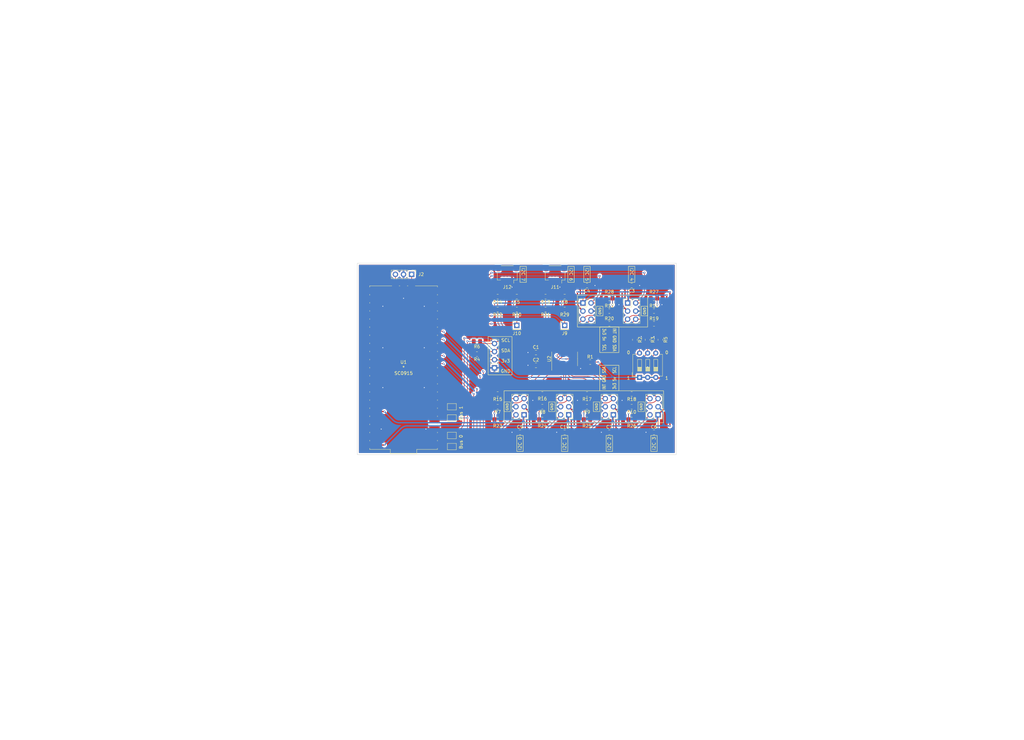
<source format=kicad_pcb>
(kicad_pcb (version 20211014) (generator pcbnew)
  (layers (0 "F.Cu" signal) (31 "B.Cu" signal) (34 "B.Paste" user) (35 "F.Paste" user) (36 "B.SilkS" user "B.Silkscreen") (37 "F.SilkS" user "F.Silkscreen") (38 "B.Mask" user) (39 "F.Mask" user) (44 "Edge.Cuts" user))
  (net 0 "")
  (net 1 "GND")
  (net 2 "+3V3")
  (net 3 "Net-(J2-Pad1)")
  (net 4 "Net-(J2-Pad3)")
  (net 5 "+5V")
  (net 6 "/INT2")
  (net 7 "/SD2")
  (net 8 "/SC2")
  (net 9 "/INT3")
  (net 10 "/SD3")
  (net 11 "/SC3")
  (net 12 "/INT4")
  (net 13 "/SD4")
  (net 14 "/SC4")
  (net 15 "/INT5")
  (net 16 "/SD5")
  (net 17 "/SC5")
  (net 18 "/INT6")
  (net 19 "/INT7")
  (net 20 "/SD6")
  (net 21 "/SC6")
  (net 22 "/SD7")
  (net 23 "/SC7")
  (net 24 "/SDA")
  (net 25 "/SCL")
  (net 26 "/SD0")
  (net 27 "/SC0")
  (net 28 "/SD1")
  (net 29 "/SC1")
  (net 30 "Net-(JP1-Pad2)")
  (net 31 "Net-(JP2-Pad2)")
  (net 32 "Net-(JP3-Pad2)")
  (net 33 "Net-(JP4-Pad2)")
  (net 34 "/BUS RESET")
  (net 35 "Net-(R2-Pad2)")
  (net 36 "Net-(R3-Pad2)")
  (net 37 "Net-(R5-Pad2)")
  (net 38 "/INT0")
  (net 39 "/INT1")
  (footprint "Capacitor_SMD:C_0805_2012Metric_Pad1.18x1.45mm_HandSolder" (layer "F.Cu") (at 156 102)
    (fp_text reference "C2")
    (fp_text value "0.1uf")
  )
  (footprint "Resistor_SMD:R_0805_2012Metric_Pad1.20x1.40mm_HandSolder" (layer "F.Cu") (at 179 81)
    (fp_text reference "R28")
    (fp_text value "DNF")
  )
  (footprint "Connector_PinHeader_2.54mm:PinHeader_2x03_P2.54mm_Vertical" (layer "F.Cu") (at 166.275 117.525 180)
    (fp_text reference "J4" hide)
    (fp_text value "Conn_02x03_Odd_Even")
  )
  (footprint "Resistor_SMD:R_0805_2012Metric_Pad1.20x1.40mm_HandSolder" (layer "F.Cu") (at 172 115 180)
    (fp_text reference "R9")
    (fp_text value "3.3k")
  )
  (footprint "Resistor_SMD:R_0805_2012Metric_Pad1.20x1.40mm_HandSolder" (layer "F.Cu") (at 195 94 -90)
    (fp_text reference "R5")
    (fp_text value "100k")
  )
  (footprint "Capacitor_SMD:C_0805_2012Metric_Pad1.18x1.45mm_HandSolder" (layer "F.Cu") (at 193 123)
    (fp_text reference "C6")
    (fp_text value "1uf")
  )
  (footprint "Resistor_SMD:R_0805_2012Metric_Pad1.20x1.40mm_HandSolder" (layer "F.Cu") (at 137.5 98.5 180)
    (fp_text reference "R4")
    (fp_text value "3.3k")
  )
  (footprint "Connector_PinHeader_2.54mm:PinHeader_1x01_P2.54mm_Vertical" (layer "F.Cu") (at 150 89.5)
    (fp_text reference "J10")
    (fp_text value "Conn_01x01_Male")
  )
  (footprint "Resistor_SMD:R_0805_2012Metric_Pad1.20x1.40mm_HandSolder" (layer "F.Cu") (at 158 115 180)
    (fp_text reference "R8")
    (fp_text value "3.3k")
  )
  (footprint "Jumper:SolderJumper-2_P1.3mm_Bridged_Pad1.0x1.5mm" (layer "F.Cu") (at 129.65 127.5 180)
    (fp_text reference "JP1" hide)
    (fp_text value "Jumper Closed")
  )
  (footprint "Connector_PinHeader_2.54mm:PinHeader_1x03_P2.54mm_Vertical" (layer "F.Cu") (at 117.025 73.5 -90)
    (fp_text reference "J2")
    (fp_text value "Conn_01x03_Male")
  )
  (footprint "Connector_PinHeader_2.54mm:PinHeader_2x03_P2.54mm_Vertical" (layer "F.Cu") (at 152.275 117.525 180)
    (fp_text reference "J3" hide)
    (fp_text value "Conn_02x03_Odd_Even")
  )
  (footprint "Resistor_SMD:R_0805_2012Metric_Pad1.20x1.40mm_HandSolder" (layer "F.Cu") (at 144 84.5 180)
    (fp_text reference "R22")
    (fp_text value "3.3k")
  )
  (footprint "Resistor_SMD:R_0805_2012Metric_Pad1.20x1.40mm_HandSolder" (layer "F.Cu") (at 144 119 180)
    (fp_text reference "R23")
    (fp_text value "DNF")
  )
  (footprint "footprints:SC0915" (layer "F.Cu") (at 114.5 102.75108 180)
    (fp_text reference "U1")
    (fp_text value "SC0915")
  )
  (footprint "Resistor_SMD:R_0805_2012Metric_Pad1.20x1.40mm_HandSolder" (layer "F.Cu") (at 186 111 180)
    (fp_text reference "R18")
    (fp_text value "3.3k")
  )
  (footprint "Resistor_SMD:R_0805_2012Metric_Pad1.20x1.40mm_HandSolder" (layer "F.Cu") (at 158 111 180)
    (fp_text reference "R16")
    (fp_text value "3.3k")
  )
  (footprint "Capacitor_SMD:C_0805_2012Metric_Pad1.18x1.45mm_HandSolder" (layer "F.Cu") (at 172 77 180)
    (fp_text reference "C4")
    (fp_text value "1uf")
  )
  (footprint "Resistor_SMD:R_0805_2012Metric_Pad1.20x1.40mm_HandSolder" (layer "F.Cu") (at 150 84.5 180)
    (fp_text reference "R30")
    (fp_text value "DNF")
  )
  (footprint "Capacitor_SMD:C_0805_2012Metric_Pad1.18x1.45mm_HandSolder" (layer "F.Cu") (at 165 123)
    (fp_text reference "C10")
    (fp_text value "1uf")
  )
  (footprint "Resistor_SMD:R_0805_2012Metric_Pad1.20x1.40mm_HandSolder" (layer "F.Cu") (at 179 85)
    (fp_text reference "R12")
    (fp_text value "3.3k")
  )
  (footprint "Package_SO:TSSOP-24_4.4x7.8mm_P0.65mm" (layer "F.Cu") (at 165 100 90)
    (fp_text reference "U2")
    (fp_text value "TCA9548APWR")
  )
  (footprint "Resistor_SMD:R_0805_2012Metric_Pad1.20x1.40mm_HandSolder" (layer "F.Cu") (at 144 80.5 180)
    (fp_text reference "R14")
    (fp_text value "3.3k")
  )
  (footprint "Connector_PinHeader_2.54mm:PinHeader_2x03_P2.54mm_Vertical" (layer "F.Cu") (at 170.725 82.475)
    (fp_text reference "J8" hide)
    (fp_text value "Conn_02x03_Odd_Even")
  )
  (footprint "Connector_JST:JST_SH_SM04B-SRSS-TB_1x04-1MP_P1.00mm_Horizontal" (layer "F.Cu") (at 147 73.5 180)
    (fp_text reference "J12")
    (fp_text value "Conn_01x04")
  )
  (footprint "Resistor_SMD:R_0805_2012Metric_Pad1.20x1.40mm_HandSolder" (layer "F.Cu") (at 173 101)
    (fp_text reference "R1")
    (fp_text value "10K")
  )
  (footprint "Resistor_SMD:R_0805_2012Metric_Pad1.20x1.40mm_HandSolder" (layer "F.Cu") (at 144 115 180)
    (fp_text reference "R7")
    (fp_text value "3.3k")
  )
  (footprint "Connector_PinHeader_2.54mm:PinHeader_1x01_P2.54mm_Vertical" (layer "F.Cu") (at 165 89.5)
    (fp_text reference "J9")
    (fp_text value "Conn_01x01_Male")
  )
  (footprint "Resistor_SMD:R_0805_2012Metric_Pad1.20x1.40mm_HandSolder" (layer "F.Cu") (at 158 119 180)
    (fp_text reference "R24")
    (fp_text value "DNF")
  )
  (footprint "Resistor_SMD:R_0805_2012Metric_Pad1.20x1.40mm_HandSolder" (layer "F.Cu") (at 193 81)
    (fp_text reference "R27")
    (fp_text value "DNF")
  )
  (footprint "Button_Switch_THT:SW_DIP_SPSTx03_Slide_6.7x9.18mm_W7.62mm_P2.54mm_LowProfile" (layer "F.Cu") (at 188.475 105.8 90)
    (fp_text reference "SW1" hide)
    (fp_text value "SW_DIP_x03")
  )
  (footprint "Jumper:SolderJumper-2_P1.3mm_Bridged_Pad1.0x1.5mm" (layer "F.Cu") (at 129.65 124 180)
    (fp_text reference "JP2" hide)
    (fp_text value "Jumper Closed")
  )
  (footprint "Jumper:SolderJumper-2_P1.3mm_Open_Pad1.0x1.5mm" (layer "F.Cu") (at 129.65 118.5 180)
    (fp_text reference "JP3" hide)
    (fp_text value "Jumper Open")
  )
  (footprint "Connector_PinHeader_2.54mm:PinHeader_1x04_P2.54mm_Vertical" (layer "F.Cu") (at 143 102.8 180)
    (fp_text reference "J1" hide)
    (fp_text value "Conn_01x04_Male")
  )
  (footprint "Resistor_SMD:R_0805_2012Metric_Pad1.20x1.40mm_HandSolder" (layer "F.Cu") (at 187 94 -90)
    (fp_text reference "R2")
    (fp_text value "100k")
  )
  (footprint "Resistor_SMD:R_0805_2012Metric_Pad1.20x1.40mm_HandSolder" (layer "F.Cu") (at 159 84.5 180)
    (fp_text reference "R21")
    (fp_text value "3.3k")
  )
  (footprint "Connector_PinHeader_2.54mm:PinHeader_2x03_P2.54mm_Vertical" (layer "F.Cu") (at 194.275 117.525 180)
    (fp_text reference "J6" hide)
    (fp_text value "Conn_02x03_Odd_Even")
  )
  (footprint "Resistor_SMD:R_0805_2012Metric_Pad1.20x1.40mm_HandSolder" (layer "F.Cu") (at 172 119 180)
    (fp_text reference "R25")
    (fp_text value "DNF")
  )
  (footprint "Capacitor_SMD:C_0805_2012Metric_Pad1.18x1.45mm_HandSolder" (layer "F.Cu") (at 150 80.5 180)
    (fp_text reference "C5")
    (fp_text value "1uf")
  )
  (footprint "Capacitor_SMD:C_0805_2012Metric_Pad1.18x1.45mm_HandSolder" (layer "F.Cu") (at 186 77 180)
    (fp_text reference "C3")
    (fp_text value "1uf")
  )
  (footprint "Capacitor_SMD:C_0805_2012Metric_Pad1.18x1.45mm_HandSolder" (layer "F.Cu") (at 156 98)
    (fp_text reference "C1")
    (fp_text value "1uf")
  )
  (footprint "Resistor_SMD:R_0805_2012Metric_Pad1.20x1.40mm_HandSolder" (layer "F.Cu") (at 172 111 180)
    (fp_text reference "R17")
    (fp_text value "3.3k")
  )
  (footprint "Jumper:SolderJumper-2_P1.3mm_Open_Pad1.0x1.5mm" (layer "F.Cu") (at 129.65 115 180)
    (fp_text reference "JP4" hide)
    (fp_text value "Jumper Open")
  )
  (footprint "Resistor_SMD:R_0805_2012Metric_Pad1.20x1.40mm_HandSolder" (layer "F.Cu") (at 179 89)
    (fp_text reference "R20")
    (fp_text value "3.3k")
  )
  (footprint "Resistor_SMD:R_0805_2012Metric_Pad1.20x1.40mm_HandSolder" (layer "F.Cu") (at 159 80.5 180)
    (fp_text reference "R13")
    (fp_text value "3.3k")
  )
  (footprint "Resistor_SMD:R_0805_2012Metric_Pad1.20x1.40mm_HandSolder" (layer "F.Cu") (at 193 85)
    (fp_text reference "R11")
    (fp_text value "3.3k")
  )
  (footprint "Capacitor_SMD:C_0805_2012Metric_Pad1.18x1.45mm_HandSolder" (layer "F.Cu") (at 165 80.5 180)
    (fp_text reference "C8")
    (fp_text value "1uf")
  )
  (footprint "Connector_JST:JST_SH_SM04B-SRSS-TB_1x04-1MP_P1.00mm_Horizontal" (layer "F.Cu") (at 162 73.5 180)
    (fp_text reference "J11")
    (fp_text value "Conn_01x04")
  )
  (footprint "Capacitor_SMD:C_0805_2012Metric_Pad1.18x1.45mm_HandSolder" (layer "F.Cu") (at 151 123)
    (fp_text reference "C9")
    (fp_text value "1uf")
  )
  (footprint "Resistor_SMD:R_0805_2012Metric_Pad1.20x1.40mm_HandSolder" (layer "F.Cu") (at 144 111 180)
    (fp_text reference "R15")
    (fp_text value "3.3k")
  )
  (footprint "Resistor_SMD:R_0805_2012Metric_Pad1.20x1.40mm_HandSolder" (layer "F.Cu") (at 137.5 94.5 180)
    (fp_text reference "R6")
    (fp_text value "3.3k")
  )
  (footprint "Resistor_SMD:R_0805_2012Metric_Pad1.20x1.40mm_HandSolder" (layer "F.Cu") (at 186 115 180)
    (fp_text reference "R10")
    (fp_text value "3.3k")
  )
  (footprint "Resistor_SMD:R_0805_2012Metric_Pad1.20x1.40mm_HandSolder" (layer "F.Cu") (at 191 94 -90)
    (fp_text reference "R3")
    (fp_text value "100k")
  )
  (footprint "Connector_PinHeader_2.54mm:PinHeader_2x03_P2.54mm_Vertical" (layer "F.Cu") (at 184.725 82.475)
    (fp_text reference "J7" hide)
    (fp_text value "Conn_02x03_Odd_Even")
  )
  (footprint "Resistor_SMD:R_0805_2012Metric_Pad1.20x1.40mm_HandSolder" (layer "F.Cu") (at 186 119 180)
    (fp_text reference "R26")
    (fp_text value "DNF")
  )
  (footprint "Resistor_SMD:R_0805_2012Metric_Pad1.20x1.40mm_HandSolder" (layer "F.Cu") (at 193 89)
    (fp_text reference "R19")
    (fp_text value "3.3k")
  )
  (footprint "Connector_PinHeader_2.54mm:PinHeader_2x03_P2.54mm_Vertical" (layer "F.Cu") (at 180.275 117.525 180)
    (fp_text reference "J5" hide)
    (fp_text value "Conn_02x03_Odd_Even")
  )
  (footprint "Resistor_SMD:R_0805_2012Metric_Pad1.20x1.40mm_HandSolder" (layer "F.Cu") (at 165 84.5 180)
    (fp_text reference "R29")
    (fp_text value "DNF")
  )
  (footprint "Capacitor_SMD:C_0805_2012Metric_Pad1.18x1.45mm_HandSolder" (layer "F.Cu") (at 179 123)
    (fp_text reference "C7")
    (fp_text value "1uf")
  )
  (gr_rect (start 176 110) (end 182 102) (layer "F.SilkS") (width 0.15) (fill none))
  (gr_rect (start 175 83.5) (end 177 86.5) (layer "F.SilkS") (width 0.15) (fill none))
  (gr_rect (start 176 90) (end 182 98) (layer "F.SilkS") (width 0.15) (fill none))
  (gr_rect (start 153 76) (end 151 71) (layer "F.SilkS") (width 0.15) (fill none))
  (gr_rect (start 148 113.5) (end 146 116.5) (layer "F.SilkS") (width 0.15) (fill none))
  (gr_rect (start 189 83.5) (end 191 86.5) (layer "F.SilkS") (width 0.15) (fill none))
  (gr_rect (start 190 113.5) (end 188 116.5) (layer "F.SilkS") (width 0.15) (fill none))
  (gr_rect (start 191 90) (end 169 80) (layer "F.SilkS") (width 0.15) (fill none))
  (gr_rect (start 166 129) (end 164 124) (layer "F.SilkS") (width 0.15) (fill none))
  (gr_rect (start 168 76) (end 166 71) (layer "F.SilkS") (width 0.15) (fill none))
  (gr_rect (start 187 76) (end 185 71) (layer "F.SilkS") (width 0.15) (fill none))
  (gr_rect (start 194 129) (end 192 124) (layer "F.SilkS") (width 0.15) (fill none))
  (gr_rect (start 152 129) (end 150 124) (layer "F.SilkS") (width 0.15) (fill none))
  (gr_rect (start 196 110) (end 146 120) (layer "F.SilkS") (width 0.15) (fill none))
  (gr_rect (start 162 113.5) (end 160 116.5) (layer "F.SilkS") (width 0.15) (fill none))
  (gr_rect (start 173 76) (end 171 71) (layer "F.SilkS") (width 0.15) (fill none))
  (gr_rect (start 176 113.5) (end 174 116.5) (layer "F.SilkS") (width 0.15) (fill none))
  (gr_rect (start 148.5 105) (end 141 93) (layer "F.SilkS") (width 0.15) (fill none))
  (gr_rect (start 180 129) (end 178 124) (layer "F.SilkS") (width 0.15) (fill none))
  (gr_rect (start 200 70) (end 100 130) (layer "Edge.Cuts") (width 0.1) (fill none))
  (gr_text "Bus 1" (at 132.5 117 90) (layer "F.SilkS") (effects (font (size 1 1))))
  (gr_text "Bus 0" (at 132.5 126 90) (layer "F.SilkS") (effects (font (size 1 1))))
  (gr_text "GND" (at 147 115 90) (layer "F.SilkS") (effects (font (size 0.75 0.75))))
  (gr_text "INT GND SDA\n\n3v3 5v  SCL" (at 179 106 90) (layer "F.SilkS") (effects (font (size 1 0.75))))
  (gr_text "I2C 0" (at 151 126.5 90) (layer "F.SilkS") (effects (font (size 1 1))))
  (gr_text "I2C 2" (at 179 126.5 90) (layer "F.SilkS") (effects (font (size 1 1))))
  (gr_text "GND" (at 176 85 270) (layer "F.SilkS") (effects (font (size 0.75 0.75))))
  (gr_text "INT GND SDA\n\n3v3 5v  SCL" (at 179 94 270) (layer "F.SilkS") (effects (font (size 1 0.75))))
  (gr_text "I2C 3" (at 193 126.5 90) (layer "F.SilkS") (effects (font (size 1 1))))
  (gr_text "GND" (at 190 85 270) (layer "F.SilkS") (effects (font (size 0.75 0.75))))
  (gr_text "GND" (at 175 115 90) (layer "F.SilkS") (effects (font (size 0.75 0.75))))
  (gr_text "I2C 5" (at 172 73.5 270) (layer "F.SilkS") (effects (font (size 1 1))))
  (gr_text "0" (at 185 98) (layer "F.SilkS") (effects (font (size 1 1))))
  (gr_text "0" (at 197 98) (layer "F.SilkS") (effects (font (size 1 1))))
  (gr_text "GND" (at 161 115 90) (layer "F.SilkS") (effects (font (size 0.75 0.75))))
  (gr_text "I2C 4\n" (at 186 73.5 270) (layer "F.SilkS") (effects (font (size 1 1))))
  (gr_text "SCL\n\nSDA\n\n3v3\n\nGND" (at 146.5 99) (layer "F.SilkS") (effects (font (size 1 1))))
  (gr_text "1" (at 185 106) (layer "F.SilkS") (effects (font (size 1 1))))
  (gr_text "1" (at 197 106) (layer "F.SilkS") (effects (font (size 1 1))))
  (gr_text "GND" (at 189 115 90) (layer "F.SilkS") (effects (font (size 0.75 0.75))))
  (gr_text "I2C 7" (at 152 73.5 270) (layer "F.SilkS") (effects (font (size 1 1))))
  (gr_text "I2C 1" (at 165 126.5 90) (layer "F.SilkS") (effects (font (size 1 1))))
  (gr_text "I2C 6" (at 167 73.5 270) (layer "F.SilkS") (effects (font (size 1 1))))
  (via (at 114.5 81) (size 0.6) (drill 0.3) (layers "F.Cu" "B.Cu") (net 1))
  (via (at 188.5 77) (size 0.6) (drill 0.3) (layers "F.Cu" "B.Cu") (net 1))
  (via (at 153.5 102) (size 0.6) (drill 0.3) (layers "F.Cu" "B.Cu") (net 1))
  (via (at 121 96.5) (size 0.6) (drill 0.3) (layers "F.Cu" "B.Cu") (net 1))
  (via (at 108 83.5) (size 0.6) (drill 0.3) (layers "F.Cu" "B.Cu") (net 1))
  (via (at 193 93) (size 0.6) (drill 0.3) (layers "F.Cu" "B.Cu") (net 1))
  (via (at 176.5 123) (size 0.6) (drill 0.3) (layers "F.Cu" "B.Cu") (net 1))
  (via (at 153.5 98) (size 0.6) (drill 0.3) (layers "F.Cu" "B.Cu") (net 1))
  (via (at 121 109) (size 0.6) (drill 0.3) (layers "F.Cu" "B.Cu") (net 1))
  (via (at 155 113) (size 0.6) (drill 0.3) (layers "F.Cu" "B.Cu") (net 1))
  (via (at 148.5 77.5) (size 0.6) (drill 0.3) (layers "F.Cu" "B.Cu") (net 1))
  (via (at 190.5 123) (size 0.6) (drill 0.3) (layers "F.Cu" "B.Cu") (net 1))
  (via (at 191 102.5) (size 0.6) (drill 0.3) (layers "F.Cu" "B.Cu") (net 1))
  (via (at 148.5 123) (size 0.6) (drill 0.3) (layers "F.Cu" "B.Cu") (net 1))
  (via (at 107.5 122) (size 0.6) (drill 0.3) (layers "F.Cu" "B.Cu") (net 1))
  (via (at 163.5 77.5) (size 0.6) (drill 0.3) (layers "F.Cu" "B.Cu") (net 1))
  (via (at 162.5 123) (size 0.6) (drill 0.3) (layers "F.Cu" "B.Cu") (net 1))
  (via (at 182 83) (size 0.6) (drill 0.3) (layers "F.Cu" "B.Cu") (net 1))
  (via (at 108 109) (size 0.6) (drill 0.3) (layers "F.Cu" "B.Cu") (net 1))
  (via (at 174.5 77) (size 0.6) (drill 0.3) (layers "F.Cu" "B.Cu") (net 1))
  (via (at 169 113) (size 0.6) (drill 0.3) (layers "F.Cu" "B.Cu") (net 1))
  (via (at 108 96.5) (size 0.6) (drill 0.3) (layers "F.Cu" "B.Cu") (net 1))
  (via (at 121.5 122) (size 0.6) (drill 0.3) (layers "F.Cu" "B.Cu") (net 1))
  (via (at 189 93) (size 0.6) (drill 0.3) (layers "F.Cu" "B.Cu") (net 1))
  (via (at 195.5 83) (size 0.6) (drill 0.3) (layers "F.Cu" "B.Cu") (net 1))
  (via (at 121 83.5) (size 0.6) (drill 0.3) (layers "F.Cu" "B.Cu") (net 1))
  (via (at 170 103) (size 0.6) (drill 0.3) (layers "F.Cu" "B.Cu") (net 1))
  (via (at 183 113) (size 0.6) (drill 0.3) (layers "F.Cu" "B.Cu") (net 1))
  (segment (start 162.5 78.003356) (end 162.5 75.5) (width 0.2) (layer "F.Cu") (net 2))
  (segment (start 160.99375 97.56875) (end 161.425 97.1375) (width 0.2) (layer "F.Cu") (net 2))
  (segment (start 170.725 82.28125) (end 170.725 82.475) (width 0.2) (layer "F.Cu") (net 2))
  (segment (start 148.980078 80.517578) (end 148.98125 80.51875) (width 0.2) (layer "F.Cu") (net 2))
  (segment (start 166.275 122.26467) (end 166.275 122.378631) (width 0.2) (layer "F.Cu") (net 2))
  (segment (start 180.275 122.400745) (end 180.275 122.454854) (width 0.2) (layer "F.Cu") (net 2))
  (segment (start 152.275 122.185196) (end 152.275 122.230184) (width 0.2) (layer "F.Cu") (net 2))
  (segment (start 170.725 81.89375) (end 170.725 79.240828) (width 0.2) (layer "F.Cu") (net 2))
  (segment (start 104.92044 116.61054) (end 104.8099 116.72108) (width 0.4) (layer "F.Cu") (net 2))
  (segment (start 180.275 122.218466) (end 180.275 122.252171) (width 0.2) (layer "F.Cu") (net 2))
  (segment (start 154.2 105.8) (end 156.697204 103.302795) (width 0.2) (layer "F.Cu") (net 2))
  (segment (start 149 82.5) (end 149 80.564016) (width 0.2) (layer "F.Cu") (net 2))
  (segment (start 170.725 77.538893) (end 170.725 77.589877) (width 0.2) (layer "F.Cu") (net 2))
  (segment (start 163.90039 80.43789) (end 163.912109 80.449609) (width 0.2) (layer "F.Cu") (net 2))
  (segment (start 180.275 122.454854) (end 180.275 122.508963) (width 0.2) (layer "F.Cu") (net 2))
  (segment (start 180 83) (end 180 81) (width 0.2) (layer "F.Cu") (net 2))
  (segment (start 184.84375 77.11875) (end 184.9625 77) (width 0.2) (layer "F.Cu") (net 2))
  (segment (start 193.896421 106) (end 197 106) (width 0.4) (layer "F.Cu") (net 2))
  (segment (start 157.0375 102.210546) (end 157.0375 102.270702) (width 0.2) (layer "F.Cu") (net 2))
  (segment (start 152.275 120.759172) (end 152.275 120.789164) (width 0.2) (layer "F.Cu") (net 2))
  (segment (start 148.912109 80.449609) (end 148.923828 80.461328) (width 0.2) (layer "F.Cu") (net 2))
  (segment (start 157.0375 101.398436) (end 157.0375 101.639061) (width 0.2) (layer "F.Cu") (net 2))
  (segment (start 152.275 122.540578) (end 152.275 122.576567) (width 0.2) (layer "F.Cu") (net 2))
  (segment (start 157.0375 101.308202) (end 157.0375 101.398436) (width 0.2) (layer "F.Cu") (net 2))
  (segment (start 180.275 119.892603) (end 180.275 119.615625) (width 0.2) (layer "F.Cu") (net 2))
  (segment (start 194.275 122.401126) (end 194.275 122.530083) (width 0.2) (layer "F.Cu") (net 2))
  (segment (start 163.98125 80.51875) (end 163.980078 80.517578) (width 0.2) (layer "F.Cu") (net 2))
  (segment (start 148.933202 80.470702) (end 148.935545 80.473045) (width 0.2) (layer "F.Cu") (net 2))
  (segment (start 152.275 122.26467) (end 152.275 122.378631) (width 0.2) (layer "F.Cu") (net 2))
  (segment (start 152.275 122.576567) (end 152.275 122.594562) (width 0.2) (layer "F.Cu") (net 2))
  (segment (start 139.386981 100.26) (end 143 100.26) (width 0.2) (layer "F.Cu") (net 2))
  (segment (start 152.275 122.140208) (end 152.275 122.185196) (width 0.2) (layer "F.Cu") (net 2))
  (segment (start 163.912109 80.449609) (end 163.923828 80.461328) (width 0.2) (layer "F.Cu") (net 2))
  (segment (start 180.275 122.119114) (end 180.275 122.16879) (width 0.2) (layer "F.Cu") (net 2))
  (segment (start 148.923828 80.461328) (end 148.930859 80.468359) (width 0.2) (layer "F.Cu") (net 2))
  (segment (start 152.275 117.71875) (end 152.275 117.525) (width 0.2) (layer "F.Cu") (net 2))
  (segment (start 166.275 122.378631) (end 166.275 122.41012) (width 0.2) (layer "F.Cu") (net 2))
  (segment (start 143 82.5) (end 143 80.5) (width 0.2) (layer "F.Cu") (net 2))
  (segment (start 180.15625 122.88125) (end 180.0375 123) (width 0.2) (layer "F.Cu") (net 2))
  (segment (start 157.0375 101.248046) (end 157.0375 101.308202) (width 0.2) (layer "F.Cu") (net 2))
  (segment (start 163.933202 80.470702) (end 163.935545 80.473045) (width 0.2) (layer "F.Cu") (net 2))
  (segment (start 164 82.5) (end 164 84.5) (width 0.2) (layer "F.Cu") (net 2))
  (segment (start 194.275 117.524998) (end 196.203103 115.596896) (width 0.4) (layer "F.Cu") (net 2))
  (segment (start 194.275 118.397944) (end 194.275 122.336648) (width 0.2) (layer "F.Cu") (net 2))
  (segment (start 152.275 117.71875) (end 152.275 118.10625) (width 0.2) (layer "F.Cu") (net 2))
  (segment (start 166.275 121.900277) (end 166.275 120.849148) (width 0.2) (layer "F.Cu") (net 2))
  (segment (start 194.275 122.401126) (end 194.275 122.336648) (width 0.2) (layer "F.Cu") (net 2))
  (segment (start 163.85 80.3875) (end 163.8875 80.425) (width 0.2) (layer "F.Cu") (net 2))
  (segment (start 163.90039 80.43789) (end 163.8875 80.425) (width 0.2) (layer "F.Cu") (net 2))
  (segment (start 163.970702 80.508202) (end 163.973046 80.510546) (width 0.2) (layer "F.Cu") (net 2))
  (segment (start 157.0375 102.270702) (end 157.0375 102.330858) (width 0.2) (layer "F.Cu") (net 2))
  (segment (start 170.725 77.814801) (end 170.725 77.85979) (width 0.2) (layer "F.Cu") (net 2))
  (segment (start 163.23125 79.76875) (end 163.85 80.3875) (width 0.2) (layer "F.Cu") (net 2))
  (segment (start 152.275 119.301664) (end 152.275 119.7875) (width 0.2) (layer "F.Cu") (net 2))
  (segment (start 152.275 122.461104) (end 152.275 122.512088) (width 0.2) (layer "F.Cu") (net 2))
  (segment (start 180.275 122.252171) (end 180.275 122.369257) (width 0.2) (layer "F.Cu") (net 2))
  (segment (start 164 80.564016) (end 164 82.5) (width 0.2) (layer "F.Cu") (net 2))
  (segment (start 170.725 77.487909) (end 170.725 77.538893) (width 0.2) (layer "F.Cu") (net 2))
  (segment (start 163.923828 80.461328) (end 163.930859 80.468359) (width 0.2) (layer "F.Cu") (net 2))
  (segment (start 180.275 119.892603) (end 180.275 119.911982) (width 0.2) (layer "F.Cu") (net 2))
  (segment (start 194.15625 122.88125) (end 194.0375 123) (width 0.2) (layer "F.Cu") (net 2))
  (segment (start 170.725 79.210836) (end 170.725 79.240828) (width 0.2) (layer "F.Cu") (net 2))
  (segment (start 170.725 77.423431) (end 170.725 77.459419) (width 0.2) (layer "F.Cu") (net 2))
  (segment (start 152.15625 122.88125) (end 152.0375 123) (width 0.2) (layer "F.Cu") (net 2))
  (segment (start 166.275 122.185196) (end 166.275 122.230184) (width 0.2) (layer "F.Cu") (net 2))
  (segment (start 152.275 122.230184) (end 152.275 122.26467) (width 0.2) (layer "F.Cu") (net 2))
  (segment (start 148.935545 80.473045) (end 148.939061 80.476561) (width 0.2) (layer "F.Cu") (net 2))
  (segment (start 159.95262 98) (end 158.037499 98) (width 0.2) (layer "F.Cu") (net 2))
  (segment (start 180.275 120.723538) (end 180.275 120.756655) (width 0.2) (layer "F.Cu") (net 2))
  (segment (start 166.275 122.461104) (end 166.275 122.512088) (width 0.2) (layer "F.Cu") (net 2))
  (segment (start 148.939061 80.476561) (end 148.948436 80.485936) (width 0.2) (layer "F.Cu") (net 2))
  (segment (start 170.725 79.150852) (end 170.725 79.180844) (width 0.2) (layer "F.Cu") (net 2))
  (segment (start 180.275 120.756655) (end 180.275 120.789772) (width 0.2) (layer "F.Cu") (net 2))
  (segment (start 166.15625 122.88125) (end 166.0375 123) (width 0.2) (layer "F.Cu") (net 2))
  (segment (start 152.275 120.789164) (end 152.275 120.819156) (width 0.2) (layer "F.Cu") (net 2))
  (segment (start 166.275 122.140208) (end 166.275 122.185196) (width 0.2) (layer "F.Cu") (net 2))
  (segment (start 136.5 97.373018) (end 136.5 94.5) (width 0.2) (layer "F.Cu") (net 2))
  (segment (start 166.275 122.540578) (end 166.275 122.576567) (width 0.2) (layer "F.Cu") (net 2))
  (segment (start 157.0375 101.18789) (end 157.0375 101.248046) (width 0.2) (layer "F.Cu") (net 2))
  (segment (start 163.970702 80.508202) (end 163.967186 80.504686) (width 0.2) (layer "F.Cu") (net 2))
  (segment (start 166.275 117.71875) (end 166.275 118.10625) (width 0.2) (layer "F.Cu") (net 2))
  (segment (start 163.948436 80.485936) (end 163.957811 80.495311) (width 0.2) (layer "F.Cu") (net 2))
  (segment (start 152.275 122.41012) (end 152.275 122.461104) (width 0.2) (layer "F.Cu") (net 2))
  (segment (start 171 117) (end 171 111) (width 0.2) (layer "F.Cu") (net 2))
  (segment (start 166.275 122.512088) (end 166.275 122.540578) (width 0.2) (layer "F.Cu") (net 2))
  (segment (start 152.275 120.819156) (end 152.275 120.849148) (width 0.2) (layer "F.Cu") (net 2))
  (segment (start 180.275 117.699218) (end 180.275 117.525) (width 0.2) (layer "F.Cu") (net 2))
  (segment (start 170.725 77.423431) (end 170.725 77.405437) (width 0.2) (layer "F.Cu") (net 2))
  (segment (start 180 83) (end 180 89) (width 0.2) (layer "F.Cu") (net 2))
  (segment (start 152.275 121.900277) (end 152.275 120.849148) (width 0.2) (layer "F.Cu") (net 2))
  (segment (start 170.725 78.021738) (end 170.725 78.06073) (width 0.2) (layer "F.Cu") (net 2))
  (segment (start 166.275 122.41012) (end 166.275 122.461104) (width 0.2) (layer "F.Cu") (net 2))
  (segment (start 148.90039 80.43789) (end 148.8875 80.425) (width 0.2) (layer "F.Cu") (net 2))
  (segment (start 152.275 119.7875) (end 152.275 120.759172) (width 0.2) (layer "F.Cu") (net 2))
  (segment (start 157.0375 102.391014) (end 157.0375 102.451171) (width 0.2) (layer "F.Cu") (net 2))
  (segment (start 180.275 122.119114) (end 180.275 121.950136) (width 0.2) (layer "F.Cu") (net 2))
  (segment (start 180.275 120.690421) (end 180.275 120.723538) (width 0.2) (layer "F.Cu") (net 2))
  (segment (start 170.725 79.180844) (end 170.725 79.210836) (width 0.2) (layer "F.Cu") (net 2))
  (segment (start 105.187307 116.5) (end 108.5 116.5) (width 0.4) (layer "F.Cu") (net 2))
  (segment (start 180.275 119.042289) (end 180.275 119.615625) (width 0.2) (layer "F.Cu") (net 2))
  (segment (start 170.725 78.06073) (end 170.725 78.099722) (width 0.2) (layer "F.Cu") (net 2))
  (segment (start 180.275 122.16879) (end 180.275 122.218466) (width 0.2) (layer "F.Cu") (net 2))
  (segment (start 143 82.5) (end 143 84.5) (width 0.2) (layer "F.Cu") (net 2))
  (segment (start 180.275 117.699218) (end 180.275 118.047655) (width 0.2) (layer "F.Cu") (net 2))
  (segment (start 166.275 117.71875) (end 166.275 117.525) (width 0.2) (layer "F.Cu") (net 2))
  (segment (start 180.275 119.042289) (end 180.275 118.047655) (width 0.2) (layer "F.Cu") (net 2))
  (segment (start 158 82.5) (end 158 84.5) (width 0.2) (layer "F.Cu") (net 2))
  (segment (start 194.275 118.22846) (end 194.275 118.143718) (width 0.2) (layer "F.Cu") (net 2))
  (segment (start 166.275 122.230184) (end 166.275 122.26467) (width 0.2) (layer "F.Cu") (net 2))
  (segment (start 180.275 121.859652) (end 180.275 121.904894) (width 0.2) (layer "F.Cu") (net 2))
  (segment (start 163.930859 80.468359) (end 163.933202 80.470702) (width 0.2) (layer "F.Cu") (net 2))
  (segment (start 148.23125 79.76875) (end 148.85 80.3875) (width 0.2) (layer "F.Cu") (net 2))
  (segment (start 194.275 118.22846) (end 194.275 118.397944) (width 0.2) (layer "F.Cu") (net 2))
  (segment (start 148.957811 80.495311) (end 148.967186 80.504686) (width 0.2) (layer "F.Cu") (net 2))
  (segment (start 163.977734 80.515234) (end 163.980078 80.517578) (width 0.2) (layer "F.Cu") (net 2))
  (segment (start 157 117) (end 157 111) (width 0.2) (layer "F.Cu") (net 2))
  (segment (start 180.275 122.575786) (end 180.275 122.594562) (width 0.2) (layer "F.Cu") (net 2))
  (segment (start 157.0375 102.330858) (end 157.0375 102.391014) (width 0.2) (layer "F.Cu") (net 2))
  (segment (start 157.0375 101.18789) (end 157.0375 98.999999) (width 0.2) (layer "F.Cu") (net 2))
  (segment (start 170.725 77.85979) (end 170.725 78.021738) (width 0.2) (layer "F.Cu") (net 2))
  (segment (start 163.935545 80.473045) (end 163.939061 80.476561) (width 0.2) (layer "F.Cu") (net 2))
  (segment (start 184.725 77.405437) (end 184.725 82.475) (width 0.2) (layer "F.Cu") (net 2))
  (segment (start 170.725 77.459419) (end 170.725 77.487909) (width 0.2) (layer "F.Cu") (net 2))
  (segment (start 148.90039 80.43789) (end 148.912109 80.449609) (width 0.2) (layer "F.Cu") (net 2))
  (segment (start 193.655 105.9) (end 193.555 105.8) (width 0.4) (layer "F.Cu") (net 2))
  (segment (start 152.275 119.301664) (end 152.275 118.10625) (width 0.2) (layer "F.Cu") (net 2))
  (segment (start 170.725 78.099722) (end 170.725 79.150852) (width 0.2) (layer "F.Cu") (net 2))
  (segment (start 157.0375 101.639061) (end 157.0375 101.879686) (width 0.2) (layer "F.Cu") (net 2))
  (segment (start 152.275 122.140208) (end 152.275 121.978261) (width 0.2) (layer "F.Cu") (net 2))
  (segment (start 148.930859 80.468359) (end 148.933202 80.470702) (width 0.2) (layer "F.Cu") (net 2))
  (segment (start 166.275 119.7875) (end 166.275 120.759172) (width 0.2) (layer "F.Cu") (net 2))
  (segment (start 180.275 121.904894) (end 180.275 121.950136) (width 0.2) (layer "F.Cu") (net 2))
  (segment (start 152.275 121.900277) (end 152.275 121.939269) (width 0.2) (layer "F.Cu") (net 2))
  (segment (start 166.275 119.301664) (end 166.275 118.10625) (width 0.2) (layer "F.Cu") (net 2))
  (segment (start 180.275 121.859652) (end 180.275 120.789772) (width 0.2) (layer "F.Cu") (net 2))
  (segment (start 166.275 122.576567) (end 166.275 122.594562) (width 0.2) (layer "F.Cu") (net 2))
  (segment (start 170.725 77.769812) (end 170.725 77.735326) (width 0.2) (layer "F.Cu") (net 2))
  (segment (start 166.275 121.900277) (end 166.275 121.939269) (width 0.2) (layer "F.Cu") (net 2))
  (segment (start 166.275 121.939269) (end 166.275 121.978261) (width 0.2) (layer "F.Cu") (net 2))
  (segment (start 170.725 77.589877) (end 170.725 77.621365) (width 0.2) (layer "F.Cu") (net 2))
  (segment (start 157 117) (end 157 119) (width 0.2) (layer "F.Cu") (net 2))
  (segment (start 147.5 78.003356) (end 147.5 75.5) (width 0.2) (layer "F.Cu") (net 2))
  (segment (start 148.970702 80.508202) (end 148.973046 80.510546) (width 0.2) (layer "F.Cu") (net 2))
  (segment (start 170.725 81.89375) (end 170.725 82.28125) (width 0.2) (layer "F.Cu") (net 2))
  (segment (start 170.725 77.621365) (end 170.725 77.735326) (width 0.2) (layer "F.Cu") (net 2))
  (segment (start 163.957811 80.495311) (end 163.967186 80.504686) (width 0.2) (layer "F.Cu") (net 2))
  (segment (start 166.275 119.301664) (end 166.275 119.7875) (width 0.2) (layer "F.Cu") (net 2))
  (segment (start 157.0375 102.120311) (end 157.0375 102.210546) (width 0.2) (layer "F.Cu") (net 2))
  (segment (start 143 117) (end 143 119) (width 0.2) (layer "F.Cu") (net 2))
  (segment (start 197 113.673018) (end 197 80) (width 0.4) (layer "F.Cu") (net 2))
  (segment (start 152.275 122.512088) (end 152.275 122.540578) (width 0.2) (layer "F.Cu") (net 2))
  (segment (start 148.967186 80.504686) (end 148.970702 80.508202) (width 0.2) (layer "F.Cu") (net 2))
  (segment (start 166.275 122.140208) (end 166.275 121.978261) (width 0.2) (layer "F.Cu") (net 2))
  (segment (start 180.275 122.400745) (end 180.275 122.369257) (width 0.2) (layer "F.Cu") (net 2))
  (segment (start 166.275 120.819156) (end 166.275 120.849148) (width 0.2) (layer "F.Cu") (net 2))
  (segment (start 171 117) (end 171 119) (width 0.2) (layer "F.Cu") (net 2))
  (segment (start 149 82.5) (end 149 84.5) (width 0.2) (layer "F.Cu") (net 2))
  (segment (start 158 82.5) (end 158 80.5) (width 0.2) (layer "F.Cu") (net 2))
  (segment (start 148.977734 80.515234) (end 148.97539 80.51289) (width 0.2) (layer "F.Cu") (net 2))
  (segment (start 163.97539 80.51289) (end 163.977734 80.515234) (width 0.2) (layer "F.Cu") (net 2))
  (segment (start 148.973046 80.510546) (end 148.97539 80.51289) (width 0.2) (layer "F.Cu") (net 2))
  (segment (start 148.977734 80.515234) (end 148.980078 80.517578) (width 0.2) (layer "F.Cu") (net 2))
  (segment (start 185 117) (end 185 119) (width 0.2) (layer "F.Cu") (net 2))
  (segment (start 180.275 119.911982) (end 180.275 119.931361) (width 0.2) (layer "F.Cu") (net 2))
  (segment (start 180.275 122.538235) (end 180.275 122.508963) (width 0.2) (layer "F.Cu") (net 2))
  (segment (start 166.275 120.789164) (end 166.275 120.819156) (width 0.2) (layer "F.Cu") (net 2))
  (segment (start 180.275 119.931361) (end 180.275 120.690421) (width 0.2) (layer "F.Cu") (net 2))
  (segment (start 137.463103 99.463103) (end 137.296896 99.296896) (width 0.2) (layer "F.Cu") (net 2))
  (segment (start 152.275 122.378631) (end 152.275 122.41012) (width 0.2) (layer "F.Cu") (net 2))
  (segment (start 194 83) (end 194 81) (width 0.2) (layer "F.Cu") (net 2))
  (segment (start 180.275 122.538235) (end 180.275 122.575786) (width 0.2) (layer "F.Cu") (net 2))
  (segment (start 163.973046 80.510546) (end 163.97539 80.51289) (width 0.2) (layer "F.Cu") (net 2))
  (segment (start 152.275 121.939269) (end 152.275 121.978261) (width 0.2) (layer "F.Cu") (net 2))
  (segment (start 148.948436 80.485936) (end 148.957811 80.495311) (width 0.2) (layer "F.Cu") (net 2))
  (segment (start 166.275 120.759172) (end 166.275 120.789164) (width 0.2) (layer "F.Cu") (net 2))
  (segment (start 157.0375 102.48125) (end 157.0375 102.451171) (width 0.2) (layer "F.Cu") (net 2))
  (segment (start 194.275 122.530083) (end 194.275 122.594562) (width 0.2) (layer "F.Cu") (net 2))
  (segment (start 175.5 101) (end 174 101) (width 0.2) (layer "F.Cu") (net 2))
  (segment (start 170.84375 77.11875) (end 170.9625 77) (width 0.2) (layer "F.Cu") (net 2))
  (segment (start 194 83) (end 194 89) (width 0.2) (layer "F.Cu") (net 2))
  (segment (start 148.85 80.3875) (end 148.8875 80.425) (width 0.2) (layer "F.Cu") (net 2))
  (segment (start 163.939061 80.476561) (end 163.948436 80.485936) (width 0.2) (layer "F.Cu") (net 2))
  (segment (start 157.0375 101.879686) (end 157.0375 102.120311) (width 0.2) (layer "F.Cu") (net 2))
  (segment (start 185 117) (end 185 111) (width 0.2) (layer "F.Cu") (net 2))
  (segment (start 170.725 77.769812) (end 170.725 77.814801) (width 0.2) (layer "F.Cu") (net 2))
  (segment (start 143 117) (end 143 111) (width 0.2) (layer "F.Cu") (net 2))
  (via (at 171 117) (size 0.6) (drill 0.3) (layers "F.Cu" "B.Cu") (net 2))
  (via (at 164 82.5) (size 0.6) (drill 0.3) (layers "F.Cu" "B.Cu") (net 2))
  (via (at 143 117) (size 0.6) (drill 0.3) (layers "F.Cu" "B.Cu") (net 2))
  (via (at 158 82.5) (size 0.6) (drill 0.3) (layers "F.Cu" "B.Cu") (net 2))
  (via (at 149 82.5) (size 0.6) (drill 0.3) (layers "F.Cu" "B.Cu") (net 2))
  (via (at 180 83) (size 0.6) (drill 0.3) (layers "F.Cu" "B.Cu") (net 2))
  (via (at 157 117) (size 0.6) (drill 0.3) (layers "F.Cu" "B.Cu") (net 2))
  (via (at 108.5 116.5) (size 0.6) (drill 0.3) (layers "F.Cu" "B.Cu") (net 2))
  (via (at 194 83) (size 0.6) (drill 0.3) (layers "F.Cu" "B.Cu") (net 2))
  (via (at 143 82.5) (size 0.6) (drill 0.3) (layers "F.Cu" "B.Cu") (net 2))
  (via (at 197 80) (size 0.6) (drill 0.3) (layers "F.Cu" "B.Cu") (net 2))
  (via (at 175.5 101) (size 0.6) (drill 0.3) (layers "F.Cu" "B.Cu") (net 2))
  (via (at 154.2 105.8) (size 0.6) (drill 0.3) (layers "F.Cu" "B.Cu") (net 2))
  (via (at 185 117) (size 0.6) (drill 0.3) (layers "F.Cu" "B.Cu") (net 2))
  (arc (start 152.15625 122.88125) (mid 152.244137 122.749716) (end 152.275 122.594562) (width 0.2) (layer "F.Cu") (net 2))
  (arc (start 193.896421 106) (mid 193.765764 105.97401) (end 193.655 105.9) (width 0.4) (layer "F.Cu") (net 2))
  (arc (start 148.23125 79.76875) (mid 147.690045 78.95878) (end 147.5 78.003356) (width 0.2) (layer "F.Cu") (net 2))
  (arc (start 166.275 122.594562) (mid 166.244137 122.749716) (end 166.15625 122.88125) (width 0.2) (layer "F.Cu") (net 2))
  (arc (start 194.275 122.594562) (mid 194.244137 122.749716) (end 194.15625 122.88125) (width 0.2) (layer "F.Cu") (net 2))
  (arc (start 180.15625 122.88125) (mid 180.244137 122.749716) (end 180.275 122.594562) (width 0.2) (layer "F.Cu") (net 2))
  (arc (start 170.725 77.405437) (mid 170.755862 77.250283) (end 170.84375 77.11875) (width 0.2) (layer "F.Cu") (net 2))
  (arc (start 157.0375 98.999999) (mid 157.330392 98.292892) (end 158.037499 98) (width 0.2) (layer "F.Cu") (net 2))
  (arc (start 163.98125 80.51875) (mid 163.995127 80.539518) (end 164 80.564016) (width 0.2) (layer "F.Cu") (net 2))
  (arc (start 159.95262 98) (mid 160.516075 97.887921) (end 160.99375 97.56875) (width 0.2) (layer "F.Cu") (net 2))
  (arc (start 184.84375 77.11875) (mid 184.755862 77.250283) (end 184.725 77.405437) (width 0.2) (layer "F.Cu") (net 2))
  (arc (start 105.187307 116.5) (mid 105.042879 116.528728) (end 104.92044 116.61054) (width 0.4) (layer "F.Cu") (net 2))
  (arc (start 194.275 117.524999) (mid 194.275 117.524998) (end 194.275 117.524998) (width 0.4) (layer "F.Cu") (net 2))
  (arc (start 157.0375 102.48125) (mid 156.949059 102.925866) (end 156.697204 103.302795) (width 0.2) (layer "F.Cu") (net 2))
  (arc (start 149 80.564016) (mid 148.995127 80.539518) (end 148.98125 80.51875) (width 0.2) (layer "F.Cu") (net 2))
  (arc (start 197 113.673018) (mid 196.792893 114.714213) (end 196.203103 115.596896) (width 0.4) (layer "F.Cu") (net 2))
  (arc (start 163.23125 79.76875) (mid 162.690045 78.95878) (end 162.5 78.003356) (width 0.2) (layer "F.Cu") (net 2))
  (arc (start 137.463103 99.463103) (mid 138.345786 100.052893) (end 139.386981 100.26) (width 0.2) (layer "F.Cu") (net 2))
  (arc (start 136.5 97.373018) (mid 136.707106 98.414213) (end 137.296896 99.296896) (width 0.2) (layer "F.Cu") (net 2))
  (segment (start 170 120) (end 172.171572 120) (width 0.4) (layer "B.Cu") (net 2))
  (segment (start 151 120) (end 153.1 120) (width 0.4) (layer "B.Cu") (net 2))
  (segment (start 185.999999 80) (end 192.828428 80) (width 0.4) (layer "B.Cu") (net 2))
  (segment (start 144.705477 100.705477) (end 149.003103 105.003103) (width 0.4) (layer "B.Cu") (net 2))
  (segment (start 184.8625 82.3375) (end 184.725 82.475) (width 0.4) (layer "B.Cu") (net 2))
  (segment (start 170 120) (end 167.1 120) (width 0.4) (layer "B.Cu") (net 2))
  (segment (start 149 82.5) (end 158 82.5) (width 0.4) (layer "B.Cu") (net 2))
  (segment (start 185.999999 80) (end 183.9 80) (width 0.4) (layer "B.Cu") (net 2))
  (segment (start 181.1 120) (end 184 120) (width 0.4) (layer "B.Cu") (net 2))
  (segment (start 179 120) (end 172.171572 120) (width 0.4) (layer "B.Cu") (net 2))
  (segment (start 164 82.5) (end 158 82.5) (width 0.4) (layer "B.Cu") (net 2))
  (segment (start 178.828428 80) (end 174.326981 80) (width 0.4) (layer "B.Cu") (net 2))
  (segment (start 156 120) (end 153.1 120) (width 0.4) (layer "B.Cu") (net 2))
  (segment (start 143 117) (end 143 119) (width 0.2) (layer "B.Cu") (net 2))
  (segment (start 180.1375 117.6625) (end 180.275 117.525) (width 0.4) (layer "B.Cu") (net 2))
  (segment (start 167.1 120) (end 165 120) (width 0.4) (layer "B.Cu") (net 2))
  (segment (start 194 119) (end 194 117.994454) (width 0.4) (layer "B.Cu") (net 2))
  (segment (start 144.171572 120) (end 142 120) (width 0.4) (layer "B.Cu") (net 2))
  (segment (start 181.471572 105.8) (end 193.555 105.8) (width 0.4) (layer "B.Cu") (net 2))
  (segment (start 180.999999 80) (end 178.828428 80) (width 0.4) (layer "B.Cu") (net 2))
  (segment (start 152.1375 117.6625) (end 152.275 117.525) (width 0.4) (layer "B.Cu") (net 2))
  (segment (start 149 82.5) (end 143 82.5) (width 0.4) (layer "B.Cu") (net 2))
  (segment (start 172.403103 80.796896) (end 171.2375 81.9625) (width 0.4) (layer "B.Cu") (net 2))
  (segment (start 166 117.994454) (end 166 119) (width 0.4) (layer "B.Cu") (net 2))
  (segment (start 151 120) (end 144.171572 120) (width 0.4) (layer "B.Cu") (net 2))
  (segment (start 184 120) (end 186.171572 120) (width 0.4) (layer "B.Cu") (net 2))
  (segment (start 158.171572 120) (end 165 120) (width 0.4) (layer "B.Cu") (net 2))
  (segment (start 156 120) (end 158.171572 120) (width 0.4) (layer "B.Cu") (net 2))
  (segment (start 186.171572 120) (end 193 120) (width 0.4) (layer "B.Cu") (net 2))
  (segment (start 113.126981 120) (end 142 120) (width 0.4) (layer "B.Cu") (net 2))
  (segment (start 180 80.999999) (end 180 83) (width 0.2) (layer "B.Cu") (net 2))
  (segment (start 171 119) (end 171 117) (width 0.2) (layer "B.Cu") (net 2))
  (segment (start 194.999999 80) (end 197 80) (width 0.4) (layer "B.Cu") (net 2))
  (segment (start 180.999999 80) (end 183.9 80) (width 0.4) (layer "B.Cu") (net 2))
  (segment (start 179.503103 105.003103) (end 175.5 101) (width 0.2) (layer "B.Cu") (net 2))
  (segment (start 111.203103 119.203103) (end 108.5 116.5) (width 0.4) (layer "B.Cu") (net 2))
  (segment (start 192.828428 80) (end 194.999999 80) (width 0.4) (layer "B.Cu") (net 2))
  (segment (start 180 119) (end 180 117.994454) (width 0.4) (layer "B.Cu") (net 2))
  (segment (start 152 117.994454) (end 152 119) (width 0.4) (layer "B.Cu") (net 2))
  (segment (start 181.1 120) (end 179 120) (width 0.4) (layer "B.Cu") (net 2))
  (segment (start 170.7125 82.4875) (end 170.725 82.475) (width 0.4) (layer "B.Cu") (net 2))
  (segment (start 194 83) (end 194 80.999999) (width 0.2) (layer "B.Cu") (net 2))
  (segment (start 143.63 100.26) (end 143 100.26) (width 0.4) (layer "B.Cu") (net 2))
  (segment (start 157 119) (end 157 117) (width 0.2) (layer "B.Cu") (net 2))
  (segment (start 166.1375 117.6625) (end 166.275 117.525) (width 0.4) (layer "B.Cu") (net 2))
  (segment (start 154.2 105.8) (end 150.926981 105.8) (width 0.4) (layer "B.Cu") (net 2))
  (segment (start 185 82.005545) (end 185 80.999999) (width 0.4) (layer "B.Cu") (net 2))
  (segment (start 194.1375 117.6625) (end 194.275 117.525) (width 0.4) (layer "B.Cu") (net 2))
  (segment (start 185 117) (end 185 119) (width 0.2) (layer "B.Cu") (net 2))
  (segment (start 170.682322 82.5) (end 164 82.5) (width 0.4) (layer "B.Cu") (net 2))
  (segment (start 181.471572 105.8) (end 179.490043 105.8) (width 0.4) (layer "B.Cu") (net 2))
  (segment (start 154.2 105.8) (end 179.490043 105.8) (width 0.4) (layer "B.Cu") (net 2))
  (arc (start 144.705477 100.705477) (mid 144.212044 100.375775) (end 143.63 100.26) (width 0.4) (layer "B.Cu") (net 2))
  (arc (start 180 80.999999) (mid 179.656854 80.292892) (end 178.828428 80) (width 0.2) (layer "B.Cu") (net 2))
  (arc (start 194.999999 80) (mid 194.292892 80.292892) (end 194 80.999999) (width 0.2) (layer "B.Cu") (net 2))
  (arc (start 181.1 120) (mid 180.322182 119.707106) (end 180 119) (width 0.4) (layer "B.Cu") (net 2))
  (arc (start 151 120) (mid 151.707106 119.707106) (end 152 119) (width 0.4) (layer "B.Cu") (net 2))
  (arc (start 186.171572 120) (mid 185.343145 119.707106) (end 185 119) (width 0.2) (layer "B.Cu") (net 2))
  (arc (start 192.828428 80) (mid 193.656854 80.292892) (end 194 80.999999) (width 0.2) (layer "B.Cu") (net 2))
  (arc (start 194.1375 117.6625) (mid 194.035735 117.814801) (end 194 117.994454) (width 0.4) (layer "B.Cu") (net 2))
  (arc (start 171 119) (mid 171.343145 119.707106) (end 172.171572 120) (width 0.2) (layer "B.Cu") (net 2))
  (arc (start 179.503103 105.003103) (mid 180.397374 105.592893) (end 181.471572 105.8) (width 0.2) (layer "B.Cu") (net 2))
  (arc (start 153.1 120) (mid 152.322182 119.707106) (end 152 119) (width 0.4) (layer "B.Cu") (net 2))
  (arc (start 172.403103 80.796896) (mid 173.285786 80.207106) (end 174.326981 80) (width 0.4) (layer "B.Cu") (net 2))
  (arc (start 167.1 120) (mid 166.322182 119.707106) (end 166 119) (width 0.4) (layer "B.Cu") (net 2))
  (arc (start 157 119) (mid 156.707106 119.707106) (end 156 120) (width 0.2) (layer "B.Cu") (net 2))
  (arc (start 184 120) (mid 184.707106 119.707106) (end 185 119) (width 0.2) (layer "B.Cu") (net 2))
  (arc (start 171 119) (mid 170.707106 119.707106) (end 170 120) (width 0.2) (layer "B.Cu") (net 2))
  (arc (start 152.1375 117.6625) (mid 152.035735 117.814801) (end 152 117.994454) (width 0.4) (layer "B.Cu") (net 2))
  (arc (start 180.1375 117.6625) (mid 180.035735 117.814801) (end 180 117.994454) (width 0.4) (layer "B.Cu") (net 2))
  (arc (start 180 119) (mid 179.707106 119.707106) (end 179 120) (width 0.4) (layer "B.Cu") (net 2))
  (arc (start 143 119) (mid 142.707106 119.707106) (end 142 120) (width 0.2) (layer "B.Cu") (net 2))
  (arc (start 166 119) (mid 165.707106 119.707106) (end 165 120) (width 0.4) (layer "B.Cu") (net 2))
  (arc (start 157 119) (mid 157.343145 119.707106) (end 158.171572 120) (width 0.2) (layer "B.Cu") (net 2))
  (arc (start 180 80.999999) (mid 180.292892 80.292892) (end 180.999999 80) (width 0.2) (layer "B.Cu") (net 2))
  (arc (start 194 119) (mid 193.707106 119.707106) (end 193 120) (width 0.4) (layer "B.Cu") (net 2))
  (arc (start 179.503103 105.003103) (mid 179.718936 105.511829) (end 179.490043 105.8) (width 0.2) (layer "B.Cu") (net 2))
  (arc (start 170.682322 82.5) (mid 170.698654 82.496751) (end 170.7125 82.4875) (width 0.4) (layer "B.Cu") (net 2))
  (arc (start 166 117.994454) (mid 166.035735 117.814801) (end 166.1375 117.6625) (width 0.4) (layer "B.Cu") (net 2))
  (arc (start 150.926981 105.8) (mid 149.885786 105.592893) (end 149.003103 105.003103) (width 0.4) (layer "B.Cu") (net 2))
  (arc (start 113.126981 120) (mid 112.085786 119.792893) (end 111.203103 119.203103) (width 0.4) (layer "B.Cu") (net 2))
  (arc (start 185.999999 80) (mid 185.292892 80.292892) (end 185 80.999999) (width 0.4) (layer "B.Cu") (net 2))
  (arc (start 185 80.999999) (mid 184.677817 80.292892) (end 183.9 80) (width 0.4) (layer "B.Cu") (net 2))
  (arc (start 185 82.005545) (mid 184.964264 82.185197) (end 184.8625 82.3375) (width 0.4) (layer "B.Cu") (net 2))
  (arc (start 144.171572 120) (mid 143.343145 119.707106) (end 143 119) (width 0.2) (layer "B.Cu") (net 2))
  (segment (start 117.0325 73.5075) (end 117.025 73.5) (width 0.2) (layer "F.Cu") (net 3))
  (segment (start 117.04 73.525606) (end 117.04 78.05212) (width 0.2) (layer "F.Cu") (net 3))
  (arc (start 117.04 73.525606) (mid 117.03805 73.515807) (end 117.0325 73.5075) (width 0.2) (layer "F.Cu") (net 3))
  (segment (start 111.9525 73.5075) (end 111.945 73.5) (width 0.2) (layer "F.Cu") (net 4))
  (segment (start 111.96 73.525606) (end 111.96 78.05212) (width 0.2) (layer "F.Cu") (net 4))
  (arc (start 111.96 73.525606) (mid 111.95805 73.515807) (end 111.9525 73.5075) (width 0.2) (layer "F.Cu") (net 4))
  (segment (start 105.012909 127) (end 108.5 127) (width 0.4) (layer "F.Cu") (net 5))
  (segment (start 154 117.836981) (end 154 121) (width 0.4) (layer "F.Cu") (net 5))
  (segment (start 169 82.163018) (end 169 79) (width 0.4) (layer "F.Cu") (net 5))
  (segment (start 153.203103 115.913103) (end 152.275 114.985) (width 0.4) (layer "F.Cu") (net 5))
  (segment (start 183 82.163018) (end 183 79) (width 0.4) (layer "F.Cu") (net 5))
  (segment (start 198 79) (end 198 121) (width 0.4) (layer "F.Cu") (net 5))
  (segment (start 181.203103 115.913103) (end 180.275 114.985) (width 0.4) (layer "F.Cu") (net 5))
  (segment (start 182 117.836981) (end 182 121) (width 0.4) (layer "F.Cu") (net 5))
  (segment (start 183.796896 84.086896) (end 184.725 85.015) (width 0.4) (layer "F.Cu") (net 5))
  (segment (start 167.203103 115.913103) (end 166.275 114.985) (width 0.4) (layer "F.Cu") (net 5))
  (segment (start 169.796896 84.086896) (end 170.725 85.015) (width 0.4) (layer "F.Cu") (net 5))
  (segment (start 168 117.836981) (end 168 121) (width 0.4) (layer "F.Cu") (net 5))
  (segment (start 104.86936 126.94054) (end 104.8099 126.88108) (width 0.4) (layer "F.Cu") (net 5))
  (via (at 168 121) (size 0.6) (drill 0.3) (layers "F.Cu" "B.Cu") (net 5))
  (via (at 108.5 127) (size 0.6) (drill 0.3) (layers "F.Cu" "B.Cu") (net 5))
  (via (at 182 121) (size 0.6) (drill 0.3) (layers "F.Cu" "B.Cu") (net 5))
  (via (at 198 79) (size 0.6) (drill 0.3) (layers "F.Cu" "B.Cu") (net 5))
  (via (at 198 121) (size 0.6) (drill 0.3) (layers "F.Cu" "B.Cu") (net 5))
  (via (at 154 121) (size 0.6) (drill 0.3) (layers "F.Cu" "B.Cu") (net 5))
  (via (at 169 79) (size 0.6) (drill 0.3) (layers "F.Cu" "B.Cu") (net 5))
  (via (at 183 79) (size 0.6) (drill 0.3) (layers "F.Cu" "B.Cu") (net 5))
  (arc (start 154 117.836981) (mid 153.792893 116.795786) (end 153.203103 115.913103) (width 0.4) (layer "F.Cu") (net 5))
  (arc (start 181.203103 115.913103) (mid 181.792893 116.795786) (end 182 117.836981) (width 0.4) (layer "F.Cu") (net 5))
  (arc (start 169.796896 84.086896) (mid 169.207106 83.204213) (end 169 82.163018) (width 0.4) (layer "F.Cu") (net 5))
  (arc (start 105.012909 127) (mid 104.93522 126.984546) (end 104.86936 126.94054) (width 0.4) (layer "F.Cu") (net 5))
  (arc (start 183 82.163018) (mid 183.207106 83.204213) (end 183.796896 84.086896) (width 0.4) (layer "F.Cu") (net 5))
  (arc (start 168 117.836981) (mid 167.792893 116.795786) (end 167.203103 115.913103) (width 0.4) (layer "F.Cu") (net 5))
  (segment (start 108.5 127) (end 113.703103 121.796896) (width 0.4) (layer "B.Cu") (net 5))
  (segment (start 182 121) (end 168 121) (width 0.4) (layer "B.Cu") (net 5))
  (segment (start 182 121) (end 195 121) (width 0.4) (layer "B.Cu") (net 5))
  (segment (start 154 121) (end 168 121) (width 0.4) (layer "B.Cu") (net 5))
  (segment (start 198 79) (end 183 79) (width 0.4) (layer "B.Cu") (net 5))
  (segment (start 195.203103 115.913103) (end 194.275 114.985) (width 0.4) (layer "B.Cu") (net 5))
  (segment (start 196 120) (end 196 117.836981) (width 0.4) (layer "B.Cu") (net 5))
  (segment (start 154 121) (end 115.626981 121) (width 0.4) (layer "B.Cu") (net 5))
  (segment (start 195 121) (end 197 121) (width 0.4) (layer "B.Cu") (net 5))
  (segment (start 183 79) (end 169 79) (width 0.4) (layer "B.Cu") (net 5))
  (segment (start 198 121) (end 197 121) (width 0.4) (layer "B.Cu") (net 5))
  (arc (start 195 121) (mid 195.707106 120.707106) (end 196 120) (width 0.4) (layer "B.Cu") (net 5))
  (arc (start 195.203103 115.913103) (mid 195.792893 116.795786) (end 196 117.836981) (width 0.4) (layer "B.Cu") (net 5))
  (arc (start 197 121) (mid 196.292893 120.707106) (end 196 120) (width 0.4) (layer "B.Cu") (net 5))
  (arc (start 115.626981 121) (mid 114.585786 121.207106) (end 113.703103 121.796896) (width 0.4) (layer "B.Cu") (net 5))
  (segment (start 176.68 118.58) (end 177.735 117.525) (width 0.2) (layer "F.Cu") (net 6))
  (segment (start 176.68 118.58) (end 176.56 118.7) (width 0.2) (layer "F.Cu") (net 6))
  (segment (start 176.38 118.88) (end 176.44 118.82) (width 0.2) (layer "F.Cu") (net 6))
  (segment (start 176.559999 118.699999) (end 176.68 118.58) (width 0.2) (layer "F.Cu") (net 6))
  (segment (start 176.38 118.88) (end 176.32 118.94) (width 0.2) (layer "F.Cu") (net 6))
  (segment (start 141.126981 126) (end 168.133018 126) (width 0.2) (layer "F.Cu") (net 6))
  (segment (start 176.379999 118.879999) (end 176.319999 118.939999) (width 0.2) (layer "F.Cu") (net 6))
  (segment (start 176.379999 118.879999) (end 176.439999 118.819999) (width 0.2) (layer "F.Cu") (net 6))
  (segment (start 137.5 109.5) (end 137.5 122.373018) (width 0.2) (layer "F.Cu") (net 6))
  (segment (start 176.5 118.76) (end 176.44 118.82) (width 0.2) (layer "F.Cu") (net 6))
  (segment (start 176.499999 118.759999) (end 176.559999 118.699999) (width 0.2) (layer "F.Cu") (net 6))
  (segment (start 126.899417 98.94108) (end 124.1901 98.94108) (width 0.2) (layer "F.Cu") (net 6))
  (segment (start 176.319999 118.939999) (end 170.056896 125.203103) (width 0.2) (layer "F.Cu") (net 6))
  (segment (start 176.175147 119) (end 173 119) (width 0.2) (layer "F.Cu") (net 6))
  (segment (start 176.5 118.76) (end 176.56 118.7) (width 0.2) (layer "F.Cu") (net 6))
  (segment (start 176.499999 118.759999) (end 176.439999 118.819999) (width 0.2) (layer "F.Cu") (net 6))
  (segment (start 139.203103 125.203103) (end 138.296896 124.296896) (width 0.2) (layer "F.Cu") (net 6))
  (segment (start 127 99) (end 126.97054 98.97054) (width 0.2) (layer "F.Cu") (net 6))
  (via (at 137.5 109.5) (size 0.6) (drill 0.3) (layers "F.Cu" "B.Cu") (net 6))
  (via (at 127 99) (size 0.6) (drill 0.3) (layers "F.Cu" "B.Cu") (net 6))
  (arc (start 176.56 118.7) (mid 176.559999 118.699999) (end 176.559999 118.699999) (width 0.2) (layer "F.Cu") (net 6))
  (arc (start 141.126981 126) (mid 140.085786 125.792893) (end 139.203103 125.203103) (width 0.2) (layer "F.Cu") (net 6))
  (arc (start 176.175147 119) (mid 176.25354 118.984406) (end 176.32 118.94) (width 0.2) (layer "F.Cu") (net 6))
  (arc (start 176.5 118.76) (mid 176.499999 118.759999) (end 176.499999 118.759999) (width 0.2) (layer "F.Cu") (net 6))
  (arc (start 138.296896 124.296896) (mid 137.707106 123.414213) (end 137.5 122.373018) (width 0.2) (layer "F.Cu") (net 6))
  (arc (start 168.133018 126) (mid 169.174213 125.792893) (end 170.056896 125.203103) (width 0.2) (layer "F.Cu") (net 6))
  (arc (start 176.44 118.82) (mid 176.439999 118.819999) (end 176.439999 118.819999) (width 0.2) (layer "F.Cu") (net 6))
  (arc (start 176.32 118.94) (mid 176.319999 118.939999) (end 176.319999 118.939999) (width 0.2) (layer "F.Cu") (net 6))
  (arc (start 126.899417 98.94108) (mid 126.937908 98.948736) (end 126.97054 98.97054) (width 0.2) (layer "F.Cu") (net 6))
  (arc (start 176.38 118.88) (mid 176.379999 118.879999) (end 176.379999 118.879999) (width 0.2) (layer "F.Cu") (net 6))
  (segment (start 137.5 109.5) (end 127 99) (width 0.2) (layer "B.Cu") (net 6))
  (segment (start 167.724784 106) (end 170.163018 106) (width 0.2) (layer "F.Cu") (net 7))
  (segment (start 175.466769 112.445) (end 176.925043 112.445) (width 0.2) (layer "F.Cu") (net 7))
  (segment (start 173.7225 111.7225) (end 173 111) (width 0.2) (layer "F.Cu") (net 7))
  (segment (start 165.975 104.250215) (end 165.975 102.8625) (width 0.2) (layer "F.Cu") (net 7))
  (segment (start 177.162274 111.872274) (end 172.086896 106.796896) (width 0.2) (layer "F.Cu") (net 7))
  (arc (start 170.163018 106) (mid 171.204213 106.207106) (end 172.086896 106.796896) (width 0.2) (layer "F.Cu") (net 7))
  (arc (start 173.7225 111.7225) (mid 174.522777 112.257228) (end 175.466769 112.445) (width 0.2) (layer "F.Cu") (net 7))
  (arc (start 167.724784 106) (mid 167.05517 105.866805) (end 166.4875 105.4875) (width 0.2) (layer "F.Cu") (net 7))
  (arc (start 177.162274 111.872274) (mid 177.235 112.237893) (end 176.925043 112.445) (width 0.2) (layer "F.Cu") (net 7))
  (arc (start 165.975 104.250215) (mid 166.108194 104.919828) (end 166.4875 105.4875) (width 0.2) (layer "F.Cu") (net 7))
  (segment (start 172.203018 105.5) (end 168.118718 105.5) (width 0.2) (layer "F.Cu") (net 8))
  (segment (start 173.607255 114.392744) (end 173 115) (width 0.2) (layer "F.Cu") (net 8))
  (segment (start 175.073299 113.785489) (end 177.986642 113.785489) (width 0.2) (layer "F.Cu") (net 8))
  (segment (start 174.126896 106.296896) (end 179.604755 111.774755) (width 0.2) (layer "F.Cu") (net 8))
  (segment (start 166.625 104.006281) (end 166.625 102.8625) (width 0.2) (layer "F.Cu") (net 8))
  (arc (start 179.604755 113.115244) (mid 179.882379 112.444999) (end 179.604755 111.774755) (width 0.2) (layer "F.Cu") (net 8))
  (arc (start 167.0625 105.0625) (mid 167.547097 105.386297) (end 168.118718 105.5) (width 0.2) (layer "F.Cu") (net 8))
  (arc (start 174.126896 106.296896) (mid 173.244213 105.707106) (end 172.203018 105.5) (width 0.2) (layer "F.Cu") (net 8))
  (arc (start 166.625 104.006281) (mid 166.738702 104.577902) (end 167.0625 105.0625) (width 0.2) (layer "F.Cu") (net 8))
  (arc (start 173.607255 114.392744) (mid 174.279882 113.943309) (end 175.073299 113.785489) (width 0.2) (layer "F.Cu") (net 8))
  (arc (start 179.604755 113.115244) (mid 178.862358 113.611297) (end 177.986642 113.785489) (width 0.2) (layer "F.Cu") (net 8))
  (segment (start 190.5 118.76) (end 190.44 118.82) (width 0.2) (layer "F.Cu") (net 9))
  (segment (start 126.967701 101.48108) (end 124.1901 101.48108) (width 0.2) (layer "F.Cu") (net 9))
  (segment (start 138.703103 125.703103) (end 137.296896 124.296896) (width 0.2) (layer "F.Cu") (net 9))
  (segment (start 190.5 118.76) (end 190.56 118.7) (width 0.2) (layer "F.Cu") (net 9))
  (segment (start 126.99054 101.49054) (end 127 101.5) (width 0.2) (layer "F.Cu") (net 9))
  (segment (start 190.68 118.58) (end 191.735 117.525) (width 0.2) (layer "F.Cu") (net 9))
  (segment (start 190.68 118.58) (end 190.56 118.7) (width 0.2) (layer "F.Cu") (net 9))
  (segment (start 190.379999 118.879999) (end 190.319999 118.939999) (width 0.2) (layer "F.Cu") (net 9))
  (segment (start 190.379999 118.879999) (end 190.439999 118.819999) (width 0.2) (layer "F.Cu") (net 9))
  (segment (start 181.633018 126.5) (end 140.626981 126.5) (width 0.2) (layer "F.Cu") (net 9))
  (segment (start 190.175147 119) (end 187 119) (width 0.2) (layer "F.Cu") (net 9))
  (segment (start 136.5 111) (end 136.5 122.373018) (width 0.2) (layer "F.Cu") (net 9))
  (segment (start 190.319999 118.939999) (end 183.556896 125.703103) (width 0.2) (layer "F.Cu") (net 9))
  (segment (start 190.559999 118.699999) (end 190.68 118.58) (width 0.2) (layer "F.Cu") (net 9))
  (segment (start 190.499999 118.759999) (end 190.559999 118.699999) (width 0.2) (layer "F.Cu") (net 9))
  (segment (start 190.499999 118.759999) (end 190.439999 118.819999) (width 0.2) (layer "F.Cu") (net 9))
  (segment (start 190.38 118.88) (end 190.44 118.82) (width 0.2) (layer "F.Cu") (net 9))
  (segment (start 190.38 118.88) (end 190.32 118.94) (width 0.2) (layer "F.Cu") (net 9))
  (via (at 136.5 111) (size 0.6) (drill 0.3) (layers "F.Cu" "B.Cu") (net 9))
  (via (at 127 101.5) (size 0.6) (drill 0.3) (layers "F.Cu" "B.Cu") (net 9))
  (arc (start 190.5 118.76) (mid 190.499999 118.759999) (end 190.499999 118.759999) (width 0.2) (layer "F.Cu") (net 9))
  (arc (start 190.32 118.94) (mid 190.319999 118.939999) (end 190.319999 118.939999) (width 0.2) (layer "F.Cu") (net 9))
  (arc (start 190.32 118.94) (mid 190.25354 118.984406) (end 190.175147 119) (width 0.2) (layer "F.Cu") (net 9))
  (arc (start 190.38 118.88) (mid 190.379999 118.879999) (end 190.379999 118.879999) (width 0.2) (layer "F.Cu") (net 9))
  (arc (start 126.99054 101.49054) (mid 126.980061 101.483538) (end 126.967701 101.48108) (width 0.2) (layer "F.Cu") (net 9))
  (arc (start 190.44 118.82) (mid 190.439999 118.819999) (end 190.439999 118.819999) (width 0.2) (layer "F.Cu") (net 9))
  (arc (start 136.5 122.373018) (mid 136.707106 123.414213) (end 137.296896 124.296896) (width 0.2) (layer "F.Cu") (net 9))
  (arc (start 190.56 118.7) (mid 190.559999 118.699999) (end 190.559999 118.699999) (width 0.2) (layer "F.Cu") (net 9))
  (arc (start 181.633018 126.5) (mid 182.674213 126.292893) (end 183.556896 125.703103) (width 0.2) (layer "F.Cu") (net 9))
  (arc (start 140.626981 126.5) (mid 139.585786 126.292893) (end 138.703103 125.703103) (width 0.2) (layer "F.Cu") (net 9))
  (segment (start 136.5 111) (end 127 101.5) (width 0.2) (layer "B.Cu") (net 9))
  (segment (start 187.7225 111.7225) (end 187 111) (width 0.2) (layer "F.Cu") (net 10))
  (segment (start 189.086896 109.796896) (end 191.162274 111.872274) (width 0.2) (layer "F.Cu") (net 10))
  (segment (start 167.275 103.762347) (end 167.275 102.8625) (width 0.2) (layer "F.Cu") (net 10))
  (segment (start 190.925043 112.445) (end 189.466769 112.445) (width 0.2) (layer "F.Cu") (net 10))
  (segment (start 175.296896 105.796896) (end 177.703103 108.203103) (width 0.2) (layer "F.Cu") (net 10))
  (segment (start 187.163018 109) (end 179.626981 109) (width 0.2) (layer "F.Cu") (net 10))
  (segment (start 168.512652 105) (end 173.373018 105) (width 0.2) (layer "F.Cu") (net 10))
  (arc (start 177.703103 108.203103) (mid 178.585786 108.792893) (end 179.626981 109) (width 0.2) (layer "F.Cu") (net 10))
  (arc (start 167.6375 104.6375) (mid 168.039023 104.905789) (end 168.512652 105) (width 0.2) (layer "F.Cu") (net 10))
  (arc (start 167.275 103.762347) (mid 167.36921 104.235976) (end 167.6375 104.6375) (width 0.2) (layer "F.Cu") (net 10))
  (arc (start 190.925043 112.445) (mid 191.235 112.237893) (end 191.162274 111.872274) (width 0.2) (layer "F.Cu") (net 10))
  (arc (start 187.7225 111.7225) (mid 188.522777 112.257228) (end 189.466769 112.445) (width 0.2) (layer "F.Cu") (net 10))
  (arc (start 189.086896 109.796896) (mid 188.204213 109.207106) (end 187.163018 109) (width 0.2) (layer "F.Cu") (net 10))
  (arc (start 175.296896 105.796896) (mid 174.414213 105.207106) (end 173.373018 105) (width 0.2) (layer "F.Cu") (net 10))
  (segment (start 191.986642 113.785489) (end 189.073299 113.785489) (width 0.2) (layer "F.Cu") (net 11))
  (segment (start 173.873018 104.5) (end 168.906586 104.5) (width 0.2) (layer "F.Cu") (net 11))
  (segment (start 187.607255 114.392744) (end 187 115) (width 0.2) (layer "F.Cu") (net 11))
  (segment (start 175.796896 105.296896) (end 178.203103 107.703103) (width 0.2) (layer "F.Cu") (net 11))
  (segment (start 189.203018 108.5) (end 180.126981 108.5) (width 0.2) (layer "F.Cu") (net 11))
  (segment (start 191.126896 109.296896) (end 193.604755 111.774755) (width 0.2) (layer "F.Cu") (net 11))
  (segment (start 167.925 103.518413) (end 167.925 102.8625) (width 0.2) (layer "F.Cu") (net 11))
  (arc (start 168.2125 104.2125) (mid 168.530949 104.425281) (end 168.906586 104.5) (width 0.2) (layer "F.Cu") (net 11))
  (arc (start 187.607255 114.392744) (mid 188.279882 113.943309) (end 189.073299 113.785489) (width 0.2) (layer "F.Cu") (net 11))
  (arc (start 193.604755 111.774755) (mid 193.882379 112.444999) (end 193.604755 113.115244) (width 0.2) (layer "F.Cu") (net 11))
  (arc (start 191.986642 113.785489) (mid 192.862358 113.611297) (end 193.604755 113.115244) (width 0.2) (layer "F.Cu") (net 11))
  (arc (start 175.796896 105.296896) (mid 174.914213 104.707106) (end 173.873018 104.5) (width 0.2) (layer "F.Cu") (net 11))
  (arc (start 191.126896 109.296896) (mid 190.244213 108.707106) (end 189.203018 108.5) (width 0.2) (layer "F.Cu") (net 11))
  (arc (start 178.203103 107.703103) (mid 179.085786 108.292893) (end 180.126981 108.5) (width 0.2) (layer "F.Cu") (net 11))
  (arc (start 168.2125 104.2125) (mid 167.999718 103.89405) (end 167.925 103.518413) (width 0.2) (layer "F.Cu") (net 11))
  (segment (start 191.2625 81.7375) (end 192 81) (width 0.2) (layer "F.Cu") (net 12))
  (segment (start 188.074956 82.475) (end 189.482017 82.475) (width 0.2) (layer "F.Cu") (net 12))
  (segment (start 190 78.613018) (end 190 73) (width 0.2) (layer "F.Cu") (net 12))
  (segment (start 135.251938 78.62108) (end 124.1901 78.62108) (width 0.2) (layer "F.Cu") (net 12))
  (segment (start 187.837725 81.902274) (end 189.203103 80.536896) (width 0.2) (layer "F.Cu") (net 12))
  (segment (start 137.175816 77.824183) (end 142 73) (width 0.2) (layer "F.Cu") (net 12))
  (via (at 142 73) (size 0.6) (drill 0.3) (layers "F.Cu" "B.Cu") (net 12))
  (via (at 190 73) (size 0.6) (drill 0.3) (layers "F.Cu" "B.Cu") (net 12))
  (arc (start 188.074956 82.475) (mid 187.764999 82.267893) (end 187.837725 81.902274) (width 0.2) (layer "F.Cu") (net 12))
  (arc (start 190 78.613018) (mid 189.792893 79.654213) (end 189.203103 80.536896) (width 0.2) (layer "F.Cu") (net 12))
  (arc (start 137.175816 77.824183) (mid 136.293133 78.413973) (end 135.251938 78.62108) (width 0.2) (layer "F.Cu") (net 12))
  (arc (start 189.482017 82.475) (mid 190.445607 82.283329) (end 191.2625 81.7375) (width 0.2) (layer "F.Cu") (net 12))
  (segment (start 190 73) (end 142 73) (width 0.2) (layer "B.Cu") (net 12))
  (segment (start 191.2775 88.2775) (end 192 89) (width 0.2) (layer "F.Cu") (net 13))
  (segment (start 169.30052 95.5) (end 178.193016 95.5) (width 0.2) (layer "F.Cu") (net 13))
  (segment (start 189.53323 87.555) (end 188.391981 87.555) (width 0.2) (layer "F.Cu") (net 13))
  (segment (start 168.575 96.22552) (end 168.575 97.1375) (width 0.2) (layer "F.Cu") (net 13))
  (segment (start 186.468103 88.351896) (end 180.116894 94.703103) (width 0.2) (layer "F.Cu") (net 13))
  (arc (start 189.53323 87.555) (mid 190.477222 87.742771) (end 191.2775 88.2775) (width 0.2) (layer "F.Cu") (net 13))
  (arc (start 180.116894 94.703103) (mid 179.234211 95.292893) (end 178.193016 95.5) (width 0.2) (layer "F.Cu") (net 13))
  (arc (start 169.30052 95.5) (mid 169.022875 95.555226) (end 168.7875 95.7125) (width 0.2) (layer "F.Cu") (net 13))
  (arc (start 168.7875 95.7125) (mid 168.630226 95.947875) (end 168.575 96.22552) (width 0.2) (layer "F.Cu") (net 13))
  (arc (start 188.391981 87.555) (mid 187.350786 87.762106) (end 186.468103 88.351896) (width 0.2) (layer "F.Cu") (net 13))
  (segment (start 184.874937 87.405058) (end 184.987391 87.292604) (width 0.2) (layer "F.Cu") (net 14))
  (segment (start 185.324755 86.955244) (end 185.28727 86.992728) (width 0.2) (layer "F.Cu") (net 14))
  (segment (start 185.13733 87.142666) (end 185.062361 87.217635) (width 0.2) (layer "F.Cu") (net 14))
  (segment (start 176.153016 95) (end 168.906586 95) (width 0.2) (layer "F.Cu") (net 14))
  (segment (start 185.062361 87.217635) (end 184.987391 87.292604) (width 0.2) (layer "F.Cu") (net 14))
  (segment (start 167.925 95.981586) (end 167.925 97.1375) (width 0.2) (layer "F.Cu") (net 14))
  (segment (start 191.322255 85.677744) (end 192 85) (width 0.2) (layer "F.Cu") (net 14))
  (segment (start 185.212299 87.067697) (end 185.13733 87.142666) (width 0.2) (layer "F.Cu") (net 14))
  (segment (start 184.874937 87.405058) (end 184.57506 87.704937) (width 0.2) (layer "F.Cu") (net 14))
  (segment (start 186.772693 86.355489) (end 189.686035 86.355489) (width 0.2) (layer "F.Cu") (net 14))
  (segment (start 184.57506 87.704937) (end 184.275182 88.004815) (width 0.2) (layer "F.Cu") (net 14))
  (segment (start 185.28727 86.992728) (end 185.212299 87.067697) (width 0.2) (layer "F.Cu") (net 14))
  (segment (start 178.076894 94.203103) (end 184.275182 88.004815) (width 0.2) (layer "F.Cu") (net 14))
  (arc (start 168.906586 95) (mid 168.530949 95.074718) (end 168.2125 95.2875) (width 0.2) (layer "F.Cu") (net 14))
  (arc (start 185.324755 86.955244) (mid 185.989074 86.51136) (end 186.772693 86.355489) (width 0.2) (layer "F.Cu") (net 14))
  (arc (start 189.686035 86.355489) (mid 190.571551 86.179348) (end 191.322255 85.677744) (width 0.2) (layer "F.Cu") (net 14))
  (arc (start 178.076894 94.203103) (mid 177.194211 94.792893) (end 176.153016 95) (width 0.2) (layer "F.Cu") (net 14))
  (arc (start 168.2125 95.2875) (mid 167.999718 95.605949) (end 167.925 95.981586) (width 0.2) (layer "F.Cu") (net 14))
  (segment (start 133.711938 81.16108) (end 124.1901 81.16108) (width 0.2) (layer "F.Cu") (net 15))
  (segment (start 174.074956 82.475) (end 175.482017 82.475) (width 0.2) (layer "F.Cu") (net 15))
  (segment (start 175.203103 80.536896) (end 173.837725 81.902274) (width 0.2) (layer "F.Cu") (net 15))
  (segment (start 176 74) (end 176 78.613018) (width 0.2) (layer "F.Cu") (net 15))
  (segment (start 135.635816 80.364183) (end 142 74) (width 0.2) (layer "F.Cu") (net 15))
  (segment (start 177.2625 81.7375) (end 178 81) (width 0.2) (layer "F.Cu") (net 15))
  (via (at 142 74) (size 0.6) (drill 0.3) (layers "F.Cu" "B.Cu") (net 15))
  (via (at 176 74) (size 0.6) (drill 0.3) (layers "F.Cu" "B.Cu") (net 15))
  (arc (start 177.2625 81.7375) (mid 176.445607 82.283329) (end 175.482017 82.475) (width 0.2) (layer "F.Cu") (net 15))
  (arc (start 176 78.613018) (mid 175.792893 79.654213) (end 175.203103 80.536896) (width 0.2) (layer "F.Cu") (net 15))
  (arc (start 174.074956 82.475) (mid 173.764999 82.267893) (end 173.837725 81.902274) (width 0.2) (layer "F.Cu") (net 15))
  (arc (start 133.711938 81.16108) (mid 134.753133 80.953973) (end 135.635816 80.364183) (width 0.2) (layer "F.Cu") (net 15))
  (segment (start 142 74) (end 176 74) (width 0.2) (layer "B.Cu") (net 15))
  (segment (start 168.071896 92.748103) (end 172.468103 88.351896) (width 0.2) (layer "F.Cu") (net 16))
  (segment (start 167.275 94.671981) (end 167.275 97.1375) (width 0.2) (layer "F.Cu") (net 16))
  (segment (start 175.53323 87.555) (end 174.391981 87.555) (width 0.2) (layer "F.Cu") (net 16))
  (segment (start 177.2775 88.2775) (end 178 89) (width 0.2) (layer "F.Cu") (net 16))
  (arc (start 175.53323 87.555) (mid 176.477222 87.742771) (end 177.2775 88.2775) (width 0.2) (layer "F.Cu") (net 16))
  (arc (start 168.071896 92.748103) (mid 167.482106 93.630786) (end 167.275 94.671981) (width 0.2) (layer "F.Cu") (net 16))
  (arc (start 172.468103 88.351896) (mid 173.350786 87.762106) (end 174.391981 87.555) (width 0.2) (layer "F.Cu") (net 16))
  (segment (start 170.575059 87.704936) (end 170.275182 88.004815) (width 0.2) (layer "F.Cu") (net 17))
  (segment (start 171.28727 86.992728) (end 171.2123 87.067697) (width 0.2) (layer "F.Cu") (net 17))
  (segment (start 175.686035 86.355489) (end 172.772693 86.355489) (width 0.2) (layer "F.Cu") (net 17))
  (segment (start 171.324755 86.955244) (end 171.28727 86.992728) (width 0.2) (layer "F.Cu") (net 17))
  (segment (start 167.421896 90.858103) (end 170.275182 88.004815) (width 0.2) (layer "F.Cu") (net 17))
  (segment (start 171.13733 87.142666) (end 171.2123 87.067697) (width 0.2) (layer "F.Cu") (net 17))
  (segment (start 171.062361 87.217635) (end 170.987392 87.292604) (width 0.2) (layer "F.Cu") (net 17))
  (segment (start 170.874937 87.405058) (end 170.575059 87.704936) (width 0.2) (layer "F.Cu") (net 17))
  (segment (start 171.13733 87.142666) (end 171.062361 87.217635) (width 0.2) (layer "F.Cu") (net 17))
  (segment (start 170.874937 87.405058) (end 170.987392 87.292604) (width 0.2) (layer "F.Cu") (net 17))
  (segment (start 166.625 92.781981) (end 166.625 97.1375) (width 0.2) (layer "F.Cu") (net 17))
  (segment (start 177.322255 85.677744) (end 178 85) (width 0.2) (layer "F.Cu") (net 17))
  (arc (start 166.625 92.781981) (mid 166.832106 91.740786) (end 167.421896 90.858103) (width 0.2) (layer "F.Cu") (net 17))
  (arc (start 175.686035 86.355489) (mid 176.571551 86.179348) (end 177.322255 85.677744) (width 0.2) (layer "F.Cu") (net 17))
  (arc (start 171.324755 86.955244) (mid 171.989074 86.51136) (end 172.772693 86.355489) (width 0.2) (layer "F.Cu") (net 17))
  (segment (start 165.5 85) (end 166 84.5) (width 0.2) (layer "F.Cu") (net 18))
  (segment (start 165 86.207106) (end 165 89.5) (width 0.2) (layer "F.Cu") (net 18))
  (segment (start 124.31956 86.37054) (end 124.1901 86.24108) (width 0.2) (layer "F.Cu") (net 18))
  (segment (start 142 86.5) (end 124.632104 86.5) (width 0.2) (layer "F.Cu") (net 18))
  (via (at 142 86.5) (size 0.6) (drill 0.3) (layers "F.Cu" "B.Cu") (net 18))
  (arc (start 124.31956 86.37054) (mid 124.462956 86.466354) (end 124.632104 86.5) (width 0.2) (layer "F.Cu") (net 18))
  (arc (start 165 86.207106) (mid 165.129945 85.553825) (end 165.5 85) (width 0.2) (layer "F.Cu") (net 18))
  (segment (start 162.796896 87.296896) (end 165 89.5) (width 0.2) (layer "B.Cu") (net 18))
  (segment (start 142 86.5) (end 160.873018 86.5) (width 0.2) (layer "B.Cu") (net 18))
  (arc (start 160.873018 86.5) (mid 161.914213 86.707106) (end 162.796896 87.296896) (width 0.2) (layer "B.Cu") (net 18))
  (segment (start 150 86.207106) (end 150 89.5) (width 0.2) (layer "F.Cu") (net 19))
  (segment (start 124.29956 88.89054) (end 124.1901 88.78108) (width 0.2) (layer "F.Cu") (net 19))
  (segment (start 150.5 85) (end 151 84.5) (width 0.2) (layer "F.Cu") (net 19))
  (segment (start 124.563819 89) (end 142 89) (width 0.2) (layer "F.Cu") (net 19))
  (via (at 142 89) (size 0.6) (drill 0.3) (layers "F.Cu" "B.Cu") (net 19))
  (arc (start 124.29956 88.89054) (mid 124.420803 88.971552) (end 124.563819 89) (width 0.2) (layer "F.Cu") (net 19))
  (arc (start 150.5 85) (mid 150.129945 85.553825) (end 150 86.207106) (width 0.2) (layer "F.Cu") (net 19))
  (segment (start 149.75 89.25) (end 150 89.5) (width 0.2) (layer "B.Cu") (net 19))
  (segment (start 142 89) (end 149.146446 89) (width 0.2) (layer "B.Cu") (net 19))
  (arc (start 149.146446 89) (mid 149.473087 89.064972) (end 149.75 89.25) (width 0.2) (layer "B.Cu") (net 19))
  (segment (start 160 87.873018) (end 160 85.56066) (width 0.2) (layer "F.Cu") (net 20))
  (segment (start 165.21044 94.21044) (end 160.796896 89.796896) (width 0.2) (layer "F.Cu") (net 20))
  (segment (start 165.975 96.05625) (end 165.975 97.1375) (width 0.2) (layer "F.Cu") (net 20))
  (segment (start 161.5 81.939339) (end 161.5 75.5) (width 0.2) (layer "F.Cu") (net 20))
  (arc (start 160.75 83.75) (mid 160.194918 84.580737) (end 160 85.56066) (width 0.2) (layer "F.Cu") (net 20))
  (arc (start 165.21044 94.21044) (mid 165.776297 95.057305) (end 165.975 96.05625) (width 0.2) (layer "F.Cu") (net 20))
  (arc (start 160 87.873018) (mid 160.207106 88.914213) (end 160.796896 89.796896) (width 0.2) (layer "F.Cu") (net 20))
  (arc (start 160.75 83.75) (mid 161.305081 82.919261) (end 161.5 81.939339) (width 0.2) (layer "F.Cu") (net 20))
  (segment (start 160.21875 80.28125) (end 160.15625 80.34375) (width 0.2) (layer "F.Cu") (net 21))
  (segment (start 159.796896 89.796896) (end 164.684184 94.684184) (width 0.2) (layer "F.Cu") (net 21))
  (segment (start 159.570312 80.929687) (end 159.554687 80.945312) (width 0.2) (layer "F.Cu") (net 21))
  (segment (start 160.25 80.25) (end 160.21875 80.28125) (width 0.2) (layer "F.Cu") (net 21))
  (segment (start 159.96875 80.53125) (end 160 80.5) (width 0.2) (layer "F.Cu") (net 21))
  (segment (start 165.325 96.23125) (end 165.325 97.1375) (width 0.2) (layer "F.Cu") (net 21))
  (segment (start 159.65625 80.84375) (end 159.593749 80.906249) (width 0.2) (layer "F.Cu") (net 21))
  (segment (start 159.781249 80.718749) (end 159.804687 80.695312) (width 0.2) (layer "F.Cu") (net 21))
  (segment (start 159.523437 80.976562) (end 159.507812 80.992187) (width 0.2) (layer "F.Cu") (net 21))
  (segment (start 159.593749 80.906249) (end 159.570312 80.929687) (width 0.2) (layer "F.Cu") (net 21))
  (segment (start 159.71875 80.78125) (end 159.65625 80.84375) (width 0.2) (layer "F.Cu") (net 21))
  (segment (start 159.96875 80.53125) (end 159.874999 80.624999) (width 0.2) (layer "F.Cu") (net 21))
  (segment (start 159.820312 80.679687) (end 159.804687 80.695312) (width 0.2) (layer "F.Cu") (net 21))
  (segment (start 159.874999 80.624999) (end 159.835937 80.664062) (width 0.2) (layer "F.Cu") (net 21))
  (segment (start 160.15625 80.34375) (end 160.125 80.375) (width 0.2) (layer "F.Cu") (net 21))
  (segment (start 159 87.873018) (end 159 82.207106) (width 0.2) (layer "F.Cu") (net 21))
  (segment (start 160.5 79.646446) (end 160.5 75.5) (width 0.2) (layer "F.Cu") (net 21))
  (segment (start 159.835937 80.664062) (end 159.820312 80.679687) (width 0.2) (layer "F.Cu") (net 21))
  (segment (start 159.507812 80.992187) (end 159.5 81) (width 0.2) (layer "F.Cu") (net 21))
  (segment (start 159.554687 80.945312) (end 159.539062 80.960937) (width 0.2) (layer "F.Cu") (net 21))
  (segment (start 160.125 80.375) (end 160 80.5) (width 0.2) (layer "F.Cu") (net 21))
  (segment (start 159.781249 80.718749) (end 159.71875 80.78125) (width 0.2) (layer "F.Cu") (net 21))
  (segment (start 159.539062 80.960937) (end 159.523437 80.976562) (width 0.2) (layer "F.Cu") (net 21))
  (arc (start 159 87.873018) (mid 159.207106 88.914213) (end 159.796896 89.796896) (width 0.2) (layer "F.Cu") (net 21))
  (arc (start 159 82.207106) (mid 159.129945 81.553825) (end 159.5 81) (width 0.2) (layer "F.Cu") (net 21))
  (arc (start 164.684184 94.684184) (mid 165.158457 95.393984) (end 165.325 96.23125) (width 0.2) (layer "F.Cu") (net 21))
  (arc (start 160.25 80.25) (mid 160.435027 79.973087) (end 160.5 79.646446) (width 0.2) (layer "F.Cu") (net 21))
  (segment (start 146.5 81.939339) (end 146.5 75.5) (width 0.2) (layer "F.Cu") (net 22))
  (segment (start 145 87.873018) (end 145 85.56066) (width 0.2) (layer "F.Cu") (net 22))
  (segment (start 150.626981 93.5) (end 161.373018 93.5) (width 0.2) (layer "F.Cu") (net 22))
  (segment (start 164.675 96.40625) (end 164.675 97.1375) (width 0.2) (layer "F.Cu") (net 22))
  (segment (start 164.157928 95.157928) (end 163.296896 94.296896) (width 0.2) (layer "F.Cu") (net 22))
  (segment (start 145.796896 89.796896) (end 148.703103 92.703103) (width 0.2) (layer "F.Cu") (net 22))
  (arc (start 145 87.873018) (mid 145.207106 88.914213) (end 145.796896 89.796896) (width 0.2) (layer "F.Cu") (net 22))
  (arc (start 164.157928 95.157928) (mid 164.540617 95.730663) (end 164.675 96.40625) (width 0.2) (layer "F.Cu") (net 22))
  (arc (start 145 85.56066) (mid 145.194918 84.580737) (end 145.75 83.75) (width 0.2) (layer "F.Cu") (net 22))
  (arc (start 163.296896 94.296896) (mid 162.414213 93.707106) (end 161.373018 93.5) (width 0.2) (layer "F.Cu") (net 22))
  (arc (start 146.5 81.939339) (mid 146.305081 82.919261) (end 145.75 83.75) (width 0.2) (layer "F.Cu") (net 22))
  (arc (start 150.626981 93.5) (mid 149.585786 93.292893) (end 148.703103 92.703103) (width 0.2) (layer "F.Cu") (net 22))
  (segment (start 144.570312 80.929687) (end 144.523437 80.976562) (width 0.2) (layer "F.Cu") (net 23))
  (segment (start 150.126981 94) (end 160.873018 94) (width 0.2) (layer "F.Cu") (net 23))
  (segment (start 163.631671 95.631671) (end 162.796896 94.796896) (width 0.2) (layer "F.Cu") (net 23))
  (segment (start 144.796896 89.796896) (end 148.203103 93.203103) (width 0.2) (layer "F.Cu") (net 23))
  (segment (start 144.5 81) (end 144.523437 80.976562) (width 0.2) (layer "F.Cu") (net 23))
  (segment (start 144 82.207106) (end 144 87.873018) (width 0.2) (layer "F.Cu") (net 23))
  (segment (start 145.25 80.25) (end 144.570312 80.929687) (width 0.2) (layer "F.Cu") (net 23))
  (segment (start 145.5 79.646446) (end 145.5 75.5) (width 0.2) (layer "F.Cu") (net 23))
  (segment (start 164.025 96.58125) (end 164.025 97.1375) (width 0.2) (layer "F.Cu") (net 23))
  (arc (start 148.203103 93.203103) (mid 149.085786 93.792893) (end 150.126981 94) (width 0.2) (layer "F.Cu") (net 23))
  (arc (start 145.5 79.646446) (mid 145.435027 79.973087) (end 145.25 80.25) (width 0.2) (layer "F.Cu") (net 23))
  (arc (start 144 82.207106) (mid 144.129945 81.553825) (end 144.5 81) (width 0.2) (layer "F.Cu") (net 23))
  (arc (start 162.796896 94.796896) (mid 161.914213 94.207106) (end 160.873018 94) (width 0.2) (layer "F.Cu") (net 23))
  (arc (start 163.631671 95.631671) (mid 163.922777 96.067341) (end 164.025 96.58125) (width 0.2) (layer "F.Cu") (net 23))
  (arc (start 144.796896 89.796896) (mid 144.207106 88.914213) (end 144 87.873018) (width 0.2) (layer "F.Cu") (net 23))
  (segment (start 132.5 118.5) (end 130.3 118.5) (width 0.2) (layer "F.Cu") (net 24))
  (segment (start 133.703103 124.096896) (end 130.3 127.5) (width 0.2) (layer "F.Cu") (net 24))
  (segment (start 162.075 96.60625) (end 162.075 97.1375) (width 0.2) (layer "F.Cu") (net 24))
  (segment (start 144.923102 95.796896) (end 143.796895 96.923103) (width 0.2) (layer "F.Cu") (net 24))
  (segment (start 134.5 94.5) (end 134.5 122.173018) (width 0.2) (layer "F.Cu") (net 24))
  (segment (start 141.873018 97.72) (end 139.831543 97.72) (width 0.2) (layer "F.Cu") (net 24))
  (segment (start 161.699349 95.699349) (end 161.5375 95.5375) (width 0.2) (layer "F.Cu") (net 24))
  (segment (start 146.84698 95) (end 160.23986 95) (width 0.2) (layer "F.Cu") (net 24))
  (segment (start 138.89 98.11) (end 138.5 98.5) (width 0.2) (layer "F.Cu") (net 24))
  (via (at 134.5 94.5) (size 0.6) (drill 0.3) (layers "F.Cu" "B.Cu") (net 24))
  (via (at 134.5 118.5) (size 0.6) (drill 0.3) (layers "F.Cu" "B.Cu") (net 24))
  (via (at 132.5 118.5) (size 0.6) (drill 0.3) (layers "F.Cu" "B.Cu") (net 24))
  (arc (start 141.873018 97.72) (mid 142.914213 97.512893) (end 143.796895 96.923103) (width 0.2) (layer "F.Cu") (net 24))
  (arc (start 161.5375 95.5375) (mid 160.942137 95.139691) (end 160.23986 95) (width 0.2) (layer "F.Cu") (net 24))
  (arc (start 138.89 98.11) (mid 139.321983 97.821357) (end 139.831543 97.72) (width 0.2) (layer "F.Cu") (net 24))
  (arc (start 146.84698 95) (mid 145.805785 95.207106) (end 144.923102 95.796896) (width 0.2) (layer "F.Cu") (net 24))
  (arc (start 133.703103 124.096896) (mid 134.292893 123.214213) (end 134.5 122.173018) (width 0.2) (layer "F.Cu") (net 24))
  (arc (start 161.699349 95.699349) (mid 161.977371 96.115438) (end 162.075 96.60625) (width 0.2) (layer "F.Cu") (net 24))
  (segment (start 138.653018 94.5) (end 134.5 94.5) (width 0.2) (layer "B.Cu") (net 24))
  (segment (start 140.576896 95.296896) (end 143 97.72) (width 0.2) (layer "B.Cu") (net 24))
  (segment (start 134.5 118.5) (end 132.5 118.5) (width 0.2) (layer "B.Cu") (net 24))
  (arc (start 138.653018 94.5) (mid 139.694213 94.707106) (end 140.576896 95.296896) (width 0.2) (layer "B.Cu") (net 24))
  (segment (start 133.5 115.999999) (end 133.5 119.673018) (width 0.2) (layer "F.Cu") (net 25))
  (segment (start 143.34 94.84) (end 143 95.18) (width 0.2) (layer "F.Cu") (net 25))
  (segment (start 132.703103 121.596896) (end 130.3 124) (width 0.2) (layer "F.Cu") (net 25))
  (segment (start 132.5 115) (end 130.3 115) (width 0.2) (layer "F.Cu") (net 25))
  (segment (start 144.160832 94.5) (end 160.633794 94.5) (width 0.2) (layer "F.Cu") (net 25))
  (segment (start 138.84 94.84) (end 138.5 94.5) (width 0.2) (layer "F.Cu") (net 25))
  (segment (start 162.1125 95.1125) (end 162.225605 95.225605) (width 0.2) (layer "F.Cu") (net 25))
  (segment (start 139.660832 95.18) (end 142.773725 95.18) (width 0.2) (layer "F.Cu") (net 25))
  (segment (start 162.725 96.43125) (end 162.725 97.1375) (width 0.2) (layer "F.Cu") (net 25))
  (segment (start 133.5 113.828428) (end 133.5 115.999999) (width 0.2) (layer "F.Cu") (net 25))
  (segment (start 133.5 113.828428) (end 133.5 93.5) (width 0.2) (layer "F.Cu") (net 25))
  (via (at 133.5 93.5) (size 0.6) (drill 0.3) (layers "F.Cu" "B.Cu") (net 25))
  (arc (start 142.773725 95.18) (mid 142.982775 95.221582) (end 143.16 95.34) (width 0.2) (layer "F.Cu") (net 25))
  (arc (start 139.660832 95.18) (mid 139.216601 95.091636) (end 138.84 94.84) (width 0.2) (layer "F.Cu") (net 25))
  (arc (start 144.160832 94.5) (mid 143.716601 94.588363) (end 143.34 94.84) (width 0.2) (layer "F.Cu") (net 25))
  (arc (start 133.5 113.828428) (mid 133.207106 114.656854) (end 132.5 115) (width 0.2) (layer "F.Cu") (net 25))
  (arc (start 133.5 115.999999) (mid 133.207106 115.292892) (end 132.5 115) (width 0.2) (layer "F.Cu") (net 25))
  (arc (start 133.5 119.673018) (mid 133.292893 120.714213) (end 132.703103 121.596896) (width 0.2) (layer "F.Cu") (net 25))
  (arc (start 162.1125 95.1125) (mid 161.434063 94.659183) (end 160.633794 94.5) (width 0.2) (layer "F.Cu") (net 25))
  (arc (start 162.225605 95.225605) (mid 162.595211 95.778759) (end 162.725 96.43125) (width 0.2) (layer "F.Cu") (net 25))
  (segment (start 133.5 93.5) (end 140.193018 93.5) (width 0.2) (layer "B.Cu") (net 25))
  (segment (start 142.116896 94.296896) (end 143 95.18) (width 0.2) (layer "B.Cu") (net 25))
  (arc (start 142.116896 94.296896) (mid 141.234213 93.707106) (end 140.193018 93.5) (width 0.2) (layer "B.Cu") (net 25))
  (segment (start 158.80698 104.5) (end 162.734834 104.5) (width 0.2) (layer "F.Cu") (net 26))
  (segment (start 147.466769 112.445) (end 148.608018 112.445) (width 0.2) (layer "F.Cu") (net 26))
  (segment (start 163.375 103.859834) (end 163.375 102.8625) (width 0.2) (layer "F.Cu") (net 26))
  (segment (start 156.883102 105.296896) (end 150.531896 111.648103) (width 0.2) (layer "F.Cu") (net 26))
  (segment (start 145.7225 111.7225) (end 145 111) (width 0.2) (layer "F.Cu") (net 26))
  (arc (start 158.80698 104.5) (mid 157.765785 104.707106) (end 156.883102 105.296896) (width 0.2) (layer "F.Cu") (net 26))
  (arc (start 163.1875 104.3125) (mid 163.32627 104.104815) (end 163.375 103.859834) (width 0.2) (layer "F.Cu") (net 26))
  (arc (start 147.466769 112.445) (mid 146.522777 112.257228) (end 145.7225 111.7225) (width 0.2) (layer "F.Cu") (net 26))
  (arc (start 148.608018 112.445) (mid 149.649213 112.237893) (end 150.531896 111.648103) (width 0.2) (layer "F.Cu") (net 26))
  (arc (start 162.734834 104.5) (mid 162.979815 104.45127) (end 163.1875 104.3125) (width 0.2) (layer "F.Cu") (net 26))
  (segment (start 145.607255 114.392744) (end 145 115) (width 0.2) (layer "F.Cu") (net 27))
  (segment (start 149.986642 113.785489) (end 147.073299 113.785489) (width 0.2) (layer "F.Cu") (net 27))
  (segment (start 159.539998 105.179999) (end 159.539997 105.179999) (width 0.2) (layer "F.Cu") (net 27))
  (segment (start 151.730425 112.989572) (end 151.646645 113.073353) (width 0.2) (layer "F.Cu") (net 27))
  (segment (start 151.604755 113.115244) (end 151.646645 113.073353) (width 0.2) (layer "F.Cu") (net 27))
  (segment (start 159.974555 105) (end 163.128768 105) (width 0.2) (layer "F.Cu") (net 27))
  (segment (start 164.025 104.103768) (end 164.025 102.8625) (width 0.2) (layer "F.Cu") (net 27))
  (segment (start 159.539997 105.179999) (end 151.730425 112.989572) (width 0.2) (layer "F.Cu") (net 27))
  (arc (start 163.7625 104.7375) (mid 163.471741 104.931778) (end 163.128768 105) (width 0.2) (layer "F.Cu") (net 27))
  (arc (start 145.607255 114.392744) (mid 146.279882 113.943309) (end 147.073299 113.785489) (width 0.2) (layer "F.Cu") (net 27))
  (arc (start 149.986642 113.785489) (mid 150.862358 113.611297) (end 151.604755 113.115244) (width 0.2) (layer "F.Cu") (net 27))
  (arc (start 163.7625 104.7375) (mid 163.956778 104.446741) (end 164.025 104.103768) (width 0.2) (layer "F.Cu") (net 27))
  (arc (start 159.539998 105.179999) (mid 159.739374 105.04678) (end 159.974555 105) (width 0.2) (layer "F.Cu") (net 27))
  (segment (start 161.466769 112.445) (end 163.070319 112.445) (width 0.2) (layer "F.Cu") (net 28))
  (segment (start 164.675 110.840319) (end 164.675 102.8625) (width 0.2) (layer "F.Cu") (net 28))
  (segment (start 159.7225 111.7225) (end 159 111) (width 0.2) (layer "F.Cu") (net 28))
  (arc (start 161.466769 112.445) (mid 160.522777 112.257228) (end 159.7225 111.7225) (width 0.2) (layer "F.Cu") (net 28))
  (arc (start 164.205 111.975) (mid 164.55285 111.454404) (end 164.675 110.840319) (width 0.2) (layer "F.Cu") (net 28))
  (arc (start 164.205 111.975) (mid 163.684404 112.32285) (end 163.070319 112.445) (width 0.2) (layer "F.Cu") (net 28))
  (segment (start 165.325 110.823248) (end 165.325 102.8625) (width 0.2) (layer "F.Cu") (net 29))
  (segment (start 165.799999 112.919999) (end 165.604755 113.115244) (width 0.2) (layer "F.Cu") (net 29))
  (segment (start 163.986642 113.785489) (end 161.073299 113.785489) (width 0.2) (layer "F.Cu") (net 29))
  (segment (start 159.607255 114.392744) (end 159 115) (width 0.2) (layer "F.Cu") (net 29))
  (arc (start 165.799999 112.919999) (mid 165.996751 112.444999) (end 165.8 111.97) (width 0.2) (layer "F.Cu") (net 29))
  (arc (start 163.986642 113.785489) (mid 164.862358 113.611297) (end 165.604755 113.115244) (width 0.2) (layer "F.Cu") (net 29))
  (arc (start 161.073299 113.785489) (mid 160.279882 113.943309) (end 159.607255 114.392744) (width 0.2) (layer "F.Cu") (net 29))
  (arc (start 165.325 110.823248) (mid 165.448448 111.443865) (end 165.8 111.97) (width 0.2) (layer "F.Cu") (net 29))
  (segment (start 128.69054 127.19054) (end 129 127.5) (width 0.2) (layer "F.Cu") (net 30))
  (segment (start 127.943437 126.88108) (end 124.1901 126.88108) (width 0.2) (layer "F.Cu") (net 30))
  (arc (start 127.943437 126.88108) (mid 128.347766 126.961506) (end 128.69054 127.19054) (width 0.2) (layer "F.Cu") (net 30))
  (segment (start 128.82946 124.17054) (end 129 124) (width 0.2) (layer "F.Cu") (net 31))
  (segment (start 128.41774 124.34108) (end 124.1901 124.34108) (width 0.2) (layer "F.Cu") (net 31))
  (arc (start 128.41774 124.34108) (mid 128.640561 124.296758) (end 128.82946 124.17054) (width 0.2) (layer "F.Cu") (net 31))
  (segment (start 127.700755 119.26108) (end 124.1901 119.26108) (width 0.2) (layer "F.Cu") (net 32))
  (segment (start 128.61946 118.88054) (end 129 118.5) (width 0.2) (layer "F.Cu") (net 32))
  (arc (start 127.700755 119.26108) (mid 128.197954 119.16218) (end 128.61946 118.88054) (width 0.2) (layer "F.Cu") (net 32))
  (segment (start 128.075816 115.924183) (end 129 115) (width 0.2) (layer "F.Cu") (net 33))
  (segment (start 126.151938 116.72108) (end 124.1901 116.72108) (width 0.2) (layer "F.Cu") (net 33))
  (arc (start 128.075816 115.924183) (mid 127.193133 116.513973) (end 126.151938 116.72108) (width 0.2) (layer "F.Cu") (net 33))
  (segment (start 164.048007 101) (end 172 101) (width 0.2) (layer "F.Cu") (net 34))
  (segment (start 162.725 102.31875) (end 162.725 102.8625) (width 0.2) (layer "F.Cu") (net 34))
  (segment (start 163.1125 101.3875) (end 163.109489 101.39051) (width 0.2) (layer "F.Cu") (net 34))
  (arc (start 162.725 102.31875) (mid 162.824925 101.81639) (end 163.109489 101.39051) (width 0.2) (layer "F.Cu") (net 34))
  (arc (start 163.1125 101.3875) (mid 163.541714 101.100707) (end 164.048007 101) (width 0.2) (layer "F.Cu") (net 34))
  (segment (start 161.425 101.96875) (end 161.425 102.8625) (width 0.2) (layer "F.Cu") (net 35))
  (segment (start 162.056976 100.443023) (end 163.203103 99.296896) (width 0.2) (layer "F.Cu") (net 35))
  (segment (start 187.872191 95.872191) (end 187 95) (width 0.2) (layer "F.Cu") (net 35))
  (segment (start 188.475 97.953725) (end 188.475 97.3275) (width 0.2) (layer "F.Cu") (net 35))
  (segment (start 187.928725 98.5) (end 165.126981 98.5) (width 0.2) (layer "F.Cu") (net 35))
  (arc (start 187.872191 95.872191) (mid 188.318335 96.539892) (end 188.475 97.3275) (width 0.2) (layer "F.Cu") (net 35))
  (arc (start 187.928725 98.5) (mid 188.137775 98.458417) (end 188.315 98.34) (width 0.2) (layer "F.Cu") (net 35))
  (arc (start 161.425 101.96875) (mid 161.589245 101.143032) (end 162.056976 100.443023) (width 0.2) (layer "F.Cu") (net 35))
  (arc (start 165.126981 98.5) (mid 164.085786 98.707106) (end 163.203103 99.296896) (width 0.2) (layer "F.Cu") (net 35))
  (arc (start 188.475 97.953725) (mid 188.433417 98.162775) (end 188.315 98.34) (width 0.2) (layer "F.Cu") (net 35))
  (segment (start 186.146446 99) (end 165.626981 99) (width 0.2) (layer "F.Cu") (net 36))
  (segment (start 191.0075 95.0075) (end 191 95) (width 0.2) (layer "F.Cu") (net 36))
  (segment (start 163.703103 99.796896) (end 162.583232 100.916767) (width 0.2) (layer "F.Cu") (net 36))
  (segment (start 191.015 95.025606) (end 191.015 97.246619) (width 0.2) (layer "F.Cu") (net 36))
  (segment (start 162.075 102.14375) (end 162.075 102.8625) (width 0.2) (layer "F.Cu") (net 36))
  (segment (start 188.761619 99.5) (end 187.353553 99.5) (width 0.2) (layer "F.Cu") (net 36))
  (arc (start 186.75 99.25) (mid 187.026912 99.435027) (end 187.353553 99.5) (width 0.2) (layer "F.Cu") (net 36))
  (arc (start 186.75 99.25) (mid 186.473087 99.064972) (end 186.146446 99) (width 0.2) (layer "F.Cu") (net 36))
  (arc (start 191.015 95.025606) (mid 191.01305 95.015807) (end 191.0075 95.0075) (width 0.2) (layer "F.Cu") (net 36))
  (arc (start 162.583232 100.916767) (mid 162.207085 101.479711) (end 162.075 102.14375) (width 0.2) (layer "F.Cu") (net 36))
  (arc (start 190.355 98.84) (mid 189.62395 99.328471) (end 188.761619 99.5) (width 0.2) (layer "F.Cu") (net 36))
  (arc (start 163.703103 99.796896) (mid 164.585786 99.207106) (end 165.626981 99) (width 0.2) (layer "F.Cu") (net 36))
  (arc (start 190.355 98.84) (mid 190.843471 98.10895) (end 191.015 97.246619) (width 0.2) (layer "F.Cu") (net 36))
  (segment (start 168.146446 100) (end 165.5 100) (width 0.2) (layer "F.Cu") (net 37))
  (segment (start 194.168415 95.831584) (end 195 95) (width 0.2) (layer "F.Cu") (net 37))
  (segment (start 169.353553 99.5) (end 185.646446 99.5) (width 0.2) (layer "F.Cu") (net 37))
  (segment (start 192.941584 98.793415) (end 192.531896 99.203103) (width 0.2) (layer "F.Cu") (net 37))
  (segment (start 163.375 97.63125) (end 163.375 97.1375) (width 0.2) (layer "F.Cu") (net 37))
  (segment (start 190.608018 100) (end 186.853553 100) (width 0.2) (layer "F.Cu") (net 37))
  (segment (start 163.025866 98.474133) (end 162.5 99) (width 0.2) (layer "F.Cu") (net 37))
  (via (at 165.5 100) (size 0.6) (drill 0.3) (layers "F.Cu" "B.Cu") (net 37))
  (via (at 162.5 99) (size 0.6) (drill 0.3) (layers "F.Cu" "B.Cu") (net 37))
  (arc (start 168.146446 100) (mid 168.473087 99.935027) (end 168.75 99.75) (width 0.2) (layer "F.Cu") (net 37))
  (arc (start 168.75 99.75) (mid 169.026912 99.564972) (end 169.353553 99.5) (width 0.2) (layer "F.Cu") (net 37))
  (arc (start 192.941584 98.793415) (mid 193.395578 98.113965) (end 193.555 97.3125) (width 0.2) (layer "F.Cu") (net 37))
  (arc (start 186.25 99.75) (mid 186.526912 99.935027) (end 186.853553 100) (width 0.2) (layer "F.Cu") (net 37))
  (arc (start 163.025866 98.474133) (mid 163.284263 98.087415) (end 163.375 97.63125) (width 0.2) (layer "F.Cu") (net 37))
  (arc (start 186.25 99.75) (mid 185.973087 99.564972) (end 185.646446 99.5) (width 0.2) (layer "F.Cu") (net 37))
  (arc (start 193.555 97.3125) (mid 193.714421 96.511034) (end 194.168415 95.831584) (width 0.2) (layer "F.Cu") (net 37))
  (arc (start 190.608018 100) (mid 191.649213 99.792893) (end 192.531896 99.203103) (width 0.2) (layer "F.Cu") (net 37))
  (segment (start 162.5 99) (end 163 99.5) (width 0.2) (layer "B.Cu") (net 37))
  (segment (start 164.207106 100) (end 165.5 100) (width 0.2) (layer "B.Cu") (net 37))
  (arc (start 164.207106 100) (mid 163.553825 99.870054) (end 163 99.5) (width 0.2) (layer "B.Cu") (net 37))
  (segment (start 148.439999 118.819999) (end 148.499999 118.759999) (width 0.2) (layer "F.Cu") (net 38))
  (segment (start 148.559999 118.699999) (end 148.499999 118.759999) (width 0.2) (layer "F.Cu") (net 38))
  (segment (start 148.319999 118.939999) (end 148.379999 118.879999) (width 0.2) (layer "F.Cu") (net 38))
  (segment (start 126.694564 91.32108) (end 124.1901 91.32108) (width 0.2) (layer "F.Cu") (net 38))
  (segment (start 126.91054 91.41054) (end 127 91.5) (width 0.2) (layer "F.Cu") (net 38))
  (segment (start 148.44 118.82) (end 148.38 118.88) (width 0.2) (layer "F.Cu") (net 38))
  (segment (start 148.56 118.7) (end 148.5 118.76) (width 0.2) (layer "F.Cu") (net 38))
  (segment (start 141.231299 124.731299) (end 140.296896 123.796896) (width 0.2) (layer "F.Cu") (net 38))
  (segment (start 148.175147 119) (end 145 119) (width 0.2) (layer "F.Cu") (net 38))
  (segment (start 148.32 118.94) (end 148.38 118.88) (width 0.2) (layer "F.Cu") (net 38))
  (segment (start 148.68 118.58) (end 148.56 118.7) (width 0.2) (layer "F.Cu") (net 38))
  (segment (start 148.68 118.58) (end 149.735 117.525) (width 0.2) (layer "F.Cu") (net 38))
  (segment (start 148.44 118.82) (end 148.5 118.76) (width 0.2) (layer "F.Cu") (net 38))
  (segment (start 139.5 104) (end 139.5 121.873018) (width 0.2) (layer "F.Cu") (net 38))
  (segment (start 148.319999 118.939999) (end 142.5287 124.731299) (width 0.2) (layer "F.Cu") (net 38))
  (segment (start 148.559999 118.699999) (end 148.68 118.58) (width 0.2) (layer "F.Cu") (net 38))
  (segment (start 148.439999 118.819999) (end 148.379999 118.879999) (width 0.2) (layer "F.Cu") (net 38))
  (via (at 127 91.5) (size 0.6) (drill 0.3) (layers "F.Cu" "B.Cu") (net 38))
  (via (at 139.5 104) (size 0.6) (drill 0.3) (layers "F.Cu" "B.Cu") (net 38))
  (arc (start 148.32 118.94) (mid 148.25354 118.984406) (end 148.175147 119) (width 0.2) (layer "F.Cu") (net 38))
  (arc (start 148.44 118.82) (mid 148.439999 118.819999) (end 148.439999 118.819999) (width 0.2) (layer "F.Cu") (net 38))
  (arc (start 148.32 118.94) (mid 148.319999 118.939999) (end 148.319999 118.939999) (width 0.2) (layer "F.Cu") (net 38))
  (arc (start 148.38 118.88) (mid 148.379999 118.879999) (end 148.379999 118.879999) (width 0.2) (layer "F.Cu") (net 38))
  (arc (start 141.88 125) (mid 142.231074 124.930166) (end 142.5287 124.731299) (width 0.2) (layer "F.Cu") (net 38))
  (arc (start 148.56 118.7) (mid 148.559999 118.699999) (end 148.559999 118.699999) (width 0.2) (layer "F.Cu") (net 38))
  (arc (start 126.91054 91.41054) (mid 126.811449 91.344329) (end 126.694564 91.32108) (width 0.2) (layer "F.Cu") (net 38))
  (arc (start 141.88 125) (mid 141.528925 124.930166) (end 141.231299 124.731299) (width 0.2) (layer "F.Cu") (net 38))
  (arc (start 139.5 121.873018) (mid 139.707106 122.914213) (end 140.296896 123.796896) (width 0.2) (layer "F.Cu") (net 38))
  (arc (start 148.5 118.76) (mid 148.499999 118.759999) (end 148.499999 118.759999) (width 0.2) (layer "F.Cu") (net 38))
  (segment (start 139.5 104) (end 127 91.5) (width 0.2) (layer "B.Cu") (net 38))
  (segment (start 126.762848 93.86108) (end 124.1901 93.86108) (width 0.2) (layer "F.Cu") (net 39))
  (segment (start 162.529999 118.729999) (end 162.469999 118.789999) (width 0.2) (layer "F.Cu") (net 39))
  (segment (start 138.5 122.373018) (end 138.5 105.5) (width 0.2) (layer "F.Cu") (net 39))
  (segment (start 162.409999 118.849999) (end 162.379999 118.879999) (width 0.2) (layer "F.Cu") (net 39))
  (segment (start 156.556896 124.703103) (end 162.319999 118.939999) (width 0.2) (layer "F.Cu") (net 39))
  (segment (start 162.469999 118.789999) (end 162.409999 118.849999) (width 0.2) (layer "F.Cu") (net 39))
  (segment (start 162.409999 118.849999) (end 162.38 118.88) (width 0.2) (layer "F.Cu") (net 39))
  (segment (start 126.93054 93.93054) (end 127 94) (width 0.2) (layer "F.Cu") (net 39))
  (segment (start 139.703103 124.703103) (end 139.296896 124.296896) (width 0.2) (layer "F.Cu") (net 39))
  (segment (start 162.529999 118.729999) (end 163.734999 117.525) (width 0.2) (layer "F.Cu") (net 39))
  (segment (start 141.626981 125.5) (end 154.633018 125.5) (width 0.2) (layer "F.Cu") (net 39))
  (segment (start 162.32 118.94) (end 162.38 118.88) (width 0.2) (layer "F.Cu") (net 39))
  (segment (start 162.319999 118.939999) (end 162.379999 118.879999) (width 0.2) (layer "F.Cu") (net 39))
  (segment (start 162.175147 119) (end 159 119) (width 0.2) (layer "F.Cu") (net 39))
  (via (at 127 94) (size 0.6) (drill 0.3) (layers "F.Cu" "B.Cu") (net 39))
  (via (at 138.5 105.5) (size 0.6) (drill 0.3) (layers "F.Cu" "B.Cu") (net 39))
  (arc (start 162.32 118.94) (mid 162.25354 118.984406) (end 162.175147 119) (width 0.2) (layer "F.Cu") (net 39))
  (arc (start 138.5 122.373018) (mid 138.707106 123.414213) (end 139.296896 124.296896) (width 0.2) (layer "F.Cu") (net 39))
  (arc (start 141.626981 125.5) (mid 140.585786 125.292893) (end 139.703103 124.703103) (width 0.2) (layer "F.Cu") (net 39))
  (arc (start 162.38 118.88) (mid 162.379999 118.879999) (end 162.379999 118.879999) (width 0.2) (layer "F.Cu") (net 39))
  (arc (start 156.556896 124.703103) (mid 155.674213 125.292893) (end 154.633018 125.5) (width 0.2) (layer "F.Cu") (net 39))
  (arc (start 126.93054 93.93054) (mid 126.853602 93.879132) (end 126.762848 93.86108) (width 0.2) (layer "F.Cu") (net 39))
  (arc (start 162.32 118.94) (mid 162.319999 118.939999) (end 162.319999 118.939999) (width 0.2) (layer "F.Cu") (net 39))
  (segment (start 138.5 105.5) (end 127 94) (width 0.2) (layer "B.Cu") (net 39))
  (zone (net 1) (net_name "GND") (layers F&B.Cu) (connect_pads (clearance 0.508)) (min_thickness 0.254) (fill yes (thermal_gap 0.508) (thermal_bridge_width 0.508))
    (polygon (pts (xy 309 219.5) (xy -12 219.5) (xy -12 -12.5) (xy 309 -12.5)))
  )
)
</source>
